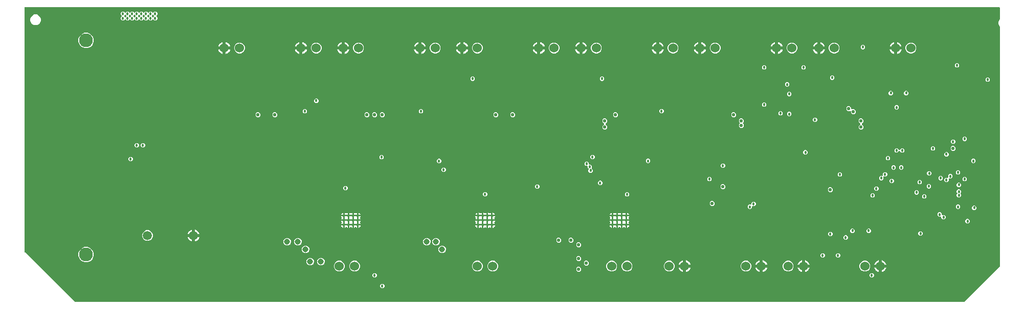
<source format=gbr>
G04 EAGLE Gerber RS-274X export*
G75*
%MOMM*%
%FSLAX34Y34*%
%LPD*%
%INEAGLE Copper Layer 15*%
%IPPOS*%
%AMOC8*
5,1,8,0,0,1.08239X$1,22.5*%
G01*
%ADD10C,1.524000*%
%ADD11C,1.500000*%
%ADD12C,2.286000*%
%ADD13C,0.503200*%
%ADD14C,0.457200*%
%ADD15C,0.553200*%
%ADD16C,0.975000*%

G36*
X1542513Y4458D02*
X1542513Y4458D01*
X1542612Y4461D01*
X1542670Y4478D01*
X1542731Y4486D01*
X1542823Y4522D01*
X1542918Y4550D01*
X1542970Y4580D01*
X1543026Y4603D01*
X1543106Y4661D01*
X1543192Y4711D01*
X1543267Y4777D01*
X1543284Y4789D01*
X1543291Y4799D01*
X1543312Y4817D01*
X1601098Y62603D01*
X1601158Y62681D01*
X1601226Y62753D01*
X1601255Y62806D01*
X1601292Y62854D01*
X1601332Y62945D01*
X1601380Y63031D01*
X1601395Y63090D01*
X1601419Y63146D01*
X1601434Y63244D01*
X1601459Y63339D01*
X1601465Y63439D01*
X1601469Y63460D01*
X1601467Y63472D01*
X1601469Y63500D01*
X1601469Y460725D01*
X1601457Y460823D01*
X1601454Y460922D01*
X1601437Y460980D01*
X1601429Y461040D01*
X1601393Y461132D01*
X1601365Y461228D01*
X1601335Y461280D01*
X1601312Y461336D01*
X1601254Y461416D01*
X1601204Y461501D01*
X1601138Y461577D01*
X1601126Y461593D01*
X1601116Y461601D01*
X1601097Y461622D01*
X1600351Y462369D01*
X1599009Y465607D01*
X1599009Y469113D01*
X1600351Y472351D01*
X1601097Y473098D01*
X1601158Y473176D01*
X1601226Y473248D01*
X1601255Y473301D01*
X1601292Y473349D01*
X1601332Y473440D01*
X1601380Y473527D01*
X1601395Y473585D01*
X1601419Y473641D01*
X1601434Y473739D01*
X1601459Y473835D01*
X1601465Y473935D01*
X1601469Y473955D01*
X1601467Y473967D01*
X1601469Y473995D01*
X1601469Y492125D01*
X1601454Y492243D01*
X1601447Y492362D01*
X1601434Y492400D01*
X1601429Y492441D01*
X1601386Y492551D01*
X1601349Y492664D01*
X1601327Y492699D01*
X1601312Y492736D01*
X1601243Y492832D01*
X1601179Y492933D01*
X1601149Y492961D01*
X1601126Y492994D01*
X1601034Y493070D01*
X1600947Y493151D01*
X1600912Y493171D01*
X1600881Y493196D01*
X1600773Y493247D01*
X1600669Y493305D01*
X1600629Y493315D01*
X1600593Y493332D01*
X1600476Y493354D01*
X1600361Y493384D01*
X1600301Y493388D01*
X1600281Y493392D01*
X1600260Y493390D01*
X1600200Y493394D01*
X-12065Y493394D01*
X-12183Y493379D01*
X-12302Y493372D01*
X-12340Y493359D01*
X-12381Y493354D01*
X-12491Y493311D01*
X-12604Y493274D01*
X-12639Y493252D01*
X-12676Y493237D01*
X-12772Y493168D01*
X-12873Y493104D01*
X-12901Y493074D01*
X-12934Y493051D01*
X-13010Y492959D01*
X-13091Y492872D01*
X-13111Y492837D01*
X-13136Y492806D01*
X-13187Y492698D01*
X-13245Y492594D01*
X-13255Y492554D01*
X-13272Y492518D01*
X-13294Y492401D01*
X-13324Y492286D01*
X-13328Y492226D01*
X-13332Y492206D01*
X-13330Y492185D01*
X-13334Y492125D01*
X-13334Y88265D01*
X-13322Y88167D01*
X-13319Y88068D01*
X-13302Y88010D01*
X-13294Y87949D01*
X-13258Y87857D01*
X-13230Y87762D01*
X-13200Y87710D01*
X-13177Y87654D01*
X-13119Y87574D01*
X-13069Y87488D01*
X-13003Y87413D01*
X-12991Y87396D01*
X-12981Y87389D01*
X-12963Y87368D01*
X69588Y4817D01*
X69666Y4757D01*
X69738Y4689D01*
X69791Y4660D01*
X69839Y4623D01*
X69930Y4583D01*
X70016Y4535D01*
X70075Y4520D01*
X70131Y4496D01*
X70229Y4481D01*
X70324Y4456D01*
X70424Y4450D01*
X70445Y4446D01*
X70457Y4448D01*
X70485Y4446D01*
X1542415Y4446D01*
X1542513Y4458D01*
G37*
%LPC*%
G36*
X148387Y471423D02*
X148387Y471423D01*
X146303Y473507D01*
X146303Y476453D01*
X147743Y477893D01*
X147816Y477987D01*
X147894Y478076D01*
X147913Y478112D01*
X147937Y478144D01*
X147985Y478253D01*
X148039Y478359D01*
X148048Y478398D01*
X148064Y478436D01*
X148083Y478553D01*
X148109Y478669D01*
X148107Y478710D01*
X148114Y478750D01*
X148103Y478868D01*
X148099Y478987D01*
X148088Y479026D01*
X148084Y479066D01*
X148044Y479178D01*
X148010Y479293D01*
X147990Y479328D01*
X147976Y479366D01*
X147909Y479464D01*
X147849Y479567D01*
X147809Y479612D01*
X147798Y479629D01*
X147782Y479642D01*
X147743Y479688D01*
X146303Y481127D01*
X146303Y484073D01*
X148387Y486157D01*
X151333Y486157D01*
X152772Y484717D01*
X152867Y484644D01*
X152956Y484566D01*
X152992Y484547D01*
X153024Y484523D01*
X153133Y484475D01*
X153239Y484421D01*
X153278Y484412D01*
X153316Y484396D01*
X153433Y484377D01*
X153549Y484351D01*
X153590Y484353D01*
X153630Y484346D01*
X153748Y484357D01*
X153867Y484361D01*
X153906Y484372D01*
X153946Y484376D01*
X154059Y484416D01*
X154173Y484450D01*
X154207Y484470D01*
X154246Y484484D01*
X154344Y484551D01*
X154447Y484611D01*
X154492Y484651D01*
X154509Y484662D01*
X154522Y484678D01*
X154567Y484717D01*
X156007Y486157D01*
X158953Y486157D01*
X160392Y484717D01*
X160487Y484644D01*
X160576Y484566D01*
X160612Y484547D01*
X160644Y484523D01*
X160753Y484475D01*
X160859Y484421D01*
X160898Y484412D01*
X160936Y484396D01*
X161053Y484377D01*
X161169Y484351D01*
X161210Y484353D01*
X161250Y484346D01*
X161368Y484357D01*
X161487Y484361D01*
X161526Y484372D01*
X161566Y484376D01*
X161679Y484416D01*
X161793Y484450D01*
X161827Y484470D01*
X161866Y484484D01*
X161964Y484551D01*
X162067Y484611D01*
X162112Y484651D01*
X162129Y484662D01*
X162142Y484678D01*
X162187Y484717D01*
X163627Y486157D01*
X166573Y486157D01*
X168012Y484717D01*
X168107Y484644D01*
X168196Y484566D01*
X168232Y484547D01*
X168264Y484523D01*
X168373Y484475D01*
X168479Y484421D01*
X168518Y484412D01*
X168556Y484396D01*
X168673Y484377D01*
X168789Y484351D01*
X168830Y484353D01*
X168870Y484346D01*
X168988Y484357D01*
X169107Y484361D01*
X169146Y484372D01*
X169186Y484376D01*
X169299Y484416D01*
X169413Y484450D01*
X169447Y484470D01*
X169486Y484484D01*
X169584Y484551D01*
X169687Y484611D01*
X169732Y484651D01*
X169749Y484662D01*
X169762Y484678D01*
X169807Y484717D01*
X171247Y486157D01*
X174193Y486157D01*
X175632Y484717D01*
X175727Y484644D01*
X175816Y484566D01*
X175852Y484547D01*
X175884Y484523D01*
X175993Y484475D01*
X176099Y484421D01*
X176138Y484412D01*
X176176Y484396D01*
X176293Y484377D01*
X176409Y484351D01*
X176450Y484353D01*
X176490Y484346D01*
X176608Y484357D01*
X176727Y484361D01*
X176766Y484372D01*
X176806Y484376D01*
X176919Y484416D01*
X177033Y484450D01*
X177067Y484470D01*
X177106Y484484D01*
X177204Y484551D01*
X177307Y484611D01*
X177352Y484651D01*
X177369Y484662D01*
X177382Y484678D01*
X177427Y484717D01*
X178867Y486157D01*
X181813Y486157D01*
X183252Y484717D01*
X183347Y484644D01*
X183436Y484566D01*
X183472Y484547D01*
X183504Y484523D01*
X183613Y484475D01*
X183719Y484421D01*
X183758Y484412D01*
X183796Y484396D01*
X183913Y484377D01*
X184029Y484351D01*
X184070Y484353D01*
X184110Y484346D01*
X184228Y484357D01*
X184347Y484361D01*
X184386Y484372D01*
X184426Y484376D01*
X184539Y484416D01*
X184653Y484450D01*
X184687Y484470D01*
X184726Y484484D01*
X184824Y484551D01*
X184927Y484611D01*
X184972Y484651D01*
X184989Y484662D01*
X185002Y484678D01*
X185047Y484717D01*
X186487Y486157D01*
X189433Y486157D01*
X190872Y484717D01*
X190967Y484644D01*
X191056Y484566D01*
X191092Y484547D01*
X191124Y484523D01*
X191233Y484475D01*
X191339Y484421D01*
X191378Y484412D01*
X191416Y484396D01*
X191533Y484377D01*
X191649Y484351D01*
X191690Y484353D01*
X191730Y484346D01*
X191848Y484357D01*
X191967Y484361D01*
X192006Y484372D01*
X192046Y484376D01*
X192159Y484416D01*
X192273Y484450D01*
X192307Y484470D01*
X192346Y484484D01*
X192444Y484551D01*
X192547Y484611D01*
X192592Y484651D01*
X192609Y484662D01*
X192622Y484678D01*
X192667Y484717D01*
X194107Y486157D01*
X197053Y486157D01*
X198493Y484717D01*
X198587Y484644D01*
X198676Y484566D01*
X198712Y484547D01*
X198744Y484523D01*
X198853Y484475D01*
X198959Y484421D01*
X198998Y484412D01*
X199036Y484396D01*
X199153Y484377D01*
X199269Y484351D01*
X199310Y484353D01*
X199350Y484346D01*
X199468Y484357D01*
X199587Y484361D01*
X199626Y484372D01*
X199666Y484376D01*
X199778Y484416D01*
X199893Y484450D01*
X199928Y484470D01*
X199966Y484484D01*
X200064Y484551D01*
X200167Y484611D01*
X200212Y484651D01*
X200229Y484662D01*
X200242Y484678D01*
X200288Y484717D01*
X201727Y486157D01*
X204673Y486157D01*
X206757Y484073D01*
X206757Y481127D01*
X205317Y479688D01*
X205244Y479593D01*
X205166Y479504D01*
X205147Y479468D01*
X205123Y479436D01*
X205075Y479327D01*
X205021Y479221D01*
X205012Y479182D01*
X204996Y479144D01*
X204977Y479027D01*
X204951Y478911D01*
X204953Y478870D01*
X204946Y478830D01*
X204957Y478712D01*
X204961Y478593D01*
X204972Y478554D01*
X204976Y478514D01*
X205016Y478401D01*
X205050Y478287D01*
X205070Y478253D01*
X205084Y478214D01*
X205151Y478116D01*
X205211Y478013D01*
X205251Y477968D01*
X205262Y477951D01*
X205278Y477938D01*
X205317Y477893D01*
X206757Y476453D01*
X206757Y473507D01*
X204673Y471423D01*
X201727Y471423D01*
X200287Y472863D01*
X200193Y472936D01*
X200104Y473014D01*
X200068Y473033D01*
X200036Y473057D01*
X199927Y473105D01*
X199821Y473159D01*
X199782Y473168D01*
X199744Y473184D01*
X199627Y473203D01*
X199511Y473229D01*
X199470Y473227D01*
X199430Y473234D01*
X199312Y473223D01*
X199193Y473219D01*
X199154Y473208D01*
X199114Y473204D01*
X199002Y473164D01*
X198887Y473130D01*
X198852Y473110D01*
X198814Y473096D01*
X198716Y473029D01*
X198613Y472969D01*
X198568Y472929D01*
X198551Y472918D01*
X198538Y472902D01*
X198492Y472863D01*
X197053Y471423D01*
X194107Y471423D01*
X192667Y472863D01*
X192573Y472936D01*
X192484Y473014D01*
X192448Y473033D01*
X192416Y473057D01*
X192307Y473105D01*
X192201Y473159D01*
X192162Y473168D01*
X192124Y473184D01*
X192007Y473203D01*
X191891Y473229D01*
X191850Y473227D01*
X191810Y473234D01*
X191692Y473223D01*
X191573Y473219D01*
X191534Y473208D01*
X191494Y473204D01*
X191382Y473164D01*
X191267Y473130D01*
X191232Y473110D01*
X191194Y473096D01*
X191096Y473029D01*
X190993Y472969D01*
X190948Y472929D01*
X190931Y472918D01*
X190918Y472902D01*
X190872Y472863D01*
X189433Y471423D01*
X186487Y471423D01*
X185047Y472863D01*
X184953Y472936D01*
X184864Y473014D01*
X184828Y473033D01*
X184796Y473057D01*
X184687Y473105D01*
X184581Y473159D01*
X184542Y473168D01*
X184504Y473184D01*
X184387Y473203D01*
X184271Y473229D01*
X184230Y473227D01*
X184190Y473234D01*
X184072Y473223D01*
X183953Y473219D01*
X183914Y473208D01*
X183874Y473204D01*
X183762Y473164D01*
X183647Y473130D01*
X183612Y473110D01*
X183574Y473096D01*
X183476Y473029D01*
X183373Y472969D01*
X183328Y472929D01*
X183311Y472918D01*
X183298Y472902D01*
X183252Y472863D01*
X181813Y471423D01*
X178867Y471423D01*
X177427Y472863D01*
X177333Y472936D01*
X177244Y473014D01*
X177208Y473033D01*
X177176Y473057D01*
X177067Y473105D01*
X176961Y473159D01*
X176922Y473168D01*
X176884Y473184D01*
X176767Y473203D01*
X176651Y473229D01*
X176610Y473227D01*
X176570Y473234D01*
X176452Y473223D01*
X176333Y473219D01*
X176294Y473208D01*
X176254Y473204D01*
X176142Y473164D01*
X176027Y473130D01*
X175992Y473110D01*
X175954Y473096D01*
X175856Y473029D01*
X175753Y472969D01*
X175708Y472929D01*
X175691Y472918D01*
X175678Y472902D01*
X175632Y472863D01*
X174193Y471423D01*
X171247Y471423D01*
X169807Y472863D01*
X169713Y472936D01*
X169624Y473014D01*
X169588Y473033D01*
X169556Y473057D01*
X169447Y473105D01*
X169341Y473159D01*
X169302Y473168D01*
X169264Y473184D01*
X169147Y473203D01*
X169031Y473229D01*
X168990Y473227D01*
X168950Y473234D01*
X168832Y473223D01*
X168713Y473219D01*
X168674Y473208D01*
X168634Y473204D01*
X168522Y473164D01*
X168407Y473130D01*
X168372Y473110D01*
X168334Y473096D01*
X168236Y473029D01*
X168133Y472969D01*
X168088Y472929D01*
X168071Y472918D01*
X168058Y472902D01*
X168012Y472863D01*
X166573Y471423D01*
X163627Y471423D01*
X162187Y472863D01*
X162093Y472936D01*
X162004Y473014D01*
X161968Y473033D01*
X161936Y473057D01*
X161827Y473105D01*
X161721Y473159D01*
X161682Y473168D01*
X161644Y473184D01*
X161527Y473203D01*
X161411Y473229D01*
X161370Y473227D01*
X161330Y473234D01*
X161212Y473223D01*
X161093Y473219D01*
X161054Y473208D01*
X161014Y473204D01*
X160902Y473164D01*
X160787Y473130D01*
X160752Y473110D01*
X160714Y473096D01*
X160616Y473029D01*
X160513Y472969D01*
X160468Y472929D01*
X160451Y472918D01*
X160438Y472902D01*
X160392Y472863D01*
X158953Y471423D01*
X156007Y471423D01*
X154567Y472863D01*
X154473Y472936D01*
X154384Y473014D01*
X154348Y473033D01*
X154316Y473057D01*
X154207Y473105D01*
X154101Y473159D01*
X154062Y473168D01*
X154024Y473184D01*
X153907Y473203D01*
X153791Y473229D01*
X153750Y473227D01*
X153710Y473234D01*
X153592Y473223D01*
X153473Y473219D01*
X153434Y473208D01*
X153394Y473204D01*
X153282Y473164D01*
X153167Y473130D01*
X153132Y473110D01*
X153094Y473096D01*
X152996Y473029D01*
X152893Y472969D01*
X152848Y472929D01*
X152831Y472918D01*
X152818Y472902D01*
X152772Y472863D01*
X151333Y471423D01*
X148387Y471423D01*
G37*
%LPD*%
%LPC*%
G36*
X86374Y425449D02*
X86374Y425449D01*
X81706Y427383D01*
X78133Y430956D01*
X76199Y435624D01*
X76199Y440676D01*
X78133Y445344D01*
X81706Y448917D01*
X86374Y450851D01*
X91426Y450851D01*
X96094Y448917D01*
X99667Y445344D01*
X101601Y440676D01*
X101601Y435624D01*
X99667Y430956D01*
X96094Y427383D01*
X91426Y425449D01*
X86374Y425449D01*
G37*
%LPD*%
%LPC*%
G36*
X86374Y69849D02*
X86374Y69849D01*
X81706Y71783D01*
X78133Y75356D01*
X76199Y80024D01*
X76199Y85076D01*
X78133Y89744D01*
X81706Y93317D01*
X86374Y95251D01*
X91426Y95251D01*
X96094Y93317D01*
X99667Y89744D01*
X101601Y85076D01*
X101601Y80024D01*
X99667Y75356D01*
X96094Y71783D01*
X91426Y69849D01*
X86374Y69849D01*
G37*
%LPD*%
%LPC*%
G36*
X931681Y416559D02*
X931681Y416559D01*
X928414Y417913D01*
X925913Y420414D01*
X924559Y423681D01*
X924559Y427219D01*
X925913Y430486D01*
X928414Y432987D01*
X931681Y434341D01*
X935219Y434341D01*
X938486Y432987D01*
X940987Y430486D01*
X942341Y427219D01*
X942341Y423681D01*
X940987Y420414D01*
X938486Y417913D01*
X935219Y416559D01*
X931681Y416559D01*
G37*
%LPD*%
%LPC*%
G36*
X1058681Y416559D02*
X1058681Y416559D01*
X1055414Y417913D01*
X1052913Y420414D01*
X1051559Y423681D01*
X1051559Y427219D01*
X1052913Y430486D01*
X1055414Y432987D01*
X1058681Y434341D01*
X1062219Y434341D01*
X1065486Y432987D01*
X1067987Y430486D01*
X1069341Y427219D01*
X1069341Y423681D01*
X1067987Y420414D01*
X1065486Y417913D01*
X1062219Y416559D01*
X1058681Y416559D01*
G37*
%LPD*%
%LPC*%
G36*
X506231Y54609D02*
X506231Y54609D01*
X502964Y55963D01*
X500463Y58464D01*
X499109Y61731D01*
X499109Y65269D01*
X500463Y68536D01*
X502964Y71037D01*
X506231Y72391D01*
X509769Y72391D01*
X513036Y71037D01*
X515537Y68536D01*
X516891Y65269D01*
X516891Y61731D01*
X515537Y58464D01*
X513036Y55963D01*
X509769Y54609D01*
X506231Y54609D01*
G37*
%LPD*%
%LPC*%
G36*
X1128531Y416559D02*
X1128531Y416559D01*
X1125264Y417913D01*
X1122763Y420414D01*
X1121409Y423681D01*
X1121409Y427219D01*
X1122763Y430486D01*
X1125264Y432987D01*
X1128531Y434341D01*
X1132069Y434341D01*
X1135336Y432987D01*
X1137837Y430486D01*
X1139191Y427219D01*
X1139191Y423681D01*
X1137837Y420414D01*
X1135336Y417913D01*
X1132069Y416559D01*
X1128531Y416559D01*
G37*
%LPD*%
%LPC*%
G36*
X1255531Y416559D02*
X1255531Y416559D01*
X1252264Y417913D01*
X1249763Y420414D01*
X1248409Y423681D01*
X1248409Y427219D01*
X1249763Y430486D01*
X1252264Y432987D01*
X1255531Y434341D01*
X1259069Y434341D01*
X1262336Y432987D01*
X1264837Y430486D01*
X1266191Y427219D01*
X1266191Y423681D01*
X1264837Y420414D01*
X1262336Y417913D01*
X1259069Y416559D01*
X1255531Y416559D01*
G37*
%LPD*%
%LPC*%
G36*
X1179331Y54609D02*
X1179331Y54609D01*
X1176064Y55963D01*
X1173563Y58464D01*
X1172209Y61731D01*
X1172209Y65269D01*
X1173563Y68536D01*
X1176064Y71037D01*
X1179331Y72391D01*
X1182869Y72391D01*
X1186136Y71037D01*
X1188637Y68536D01*
X1189991Y65269D01*
X1189991Y61731D01*
X1188637Y58464D01*
X1186136Y55963D01*
X1182869Y54609D01*
X1179331Y54609D01*
G37*
%LPD*%
%LPC*%
G36*
X1325381Y416559D02*
X1325381Y416559D01*
X1322114Y417913D01*
X1319613Y420414D01*
X1318259Y423681D01*
X1318259Y427219D01*
X1319613Y430486D01*
X1322114Y432987D01*
X1325381Y434341D01*
X1328919Y434341D01*
X1332186Y432987D01*
X1334687Y430486D01*
X1336041Y427219D01*
X1336041Y423681D01*
X1334687Y420414D01*
X1332186Y417913D01*
X1328919Y416559D01*
X1325381Y416559D01*
G37*
%LPD*%
%LPC*%
G36*
X1376181Y54609D02*
X1376181Y54609D01*
X1372914Y55963D01*
X1370413Y58464D01*
X1369059Y61731D01*
X1369059Y65269D01*
X1370413Y68536D01*
X1372914Y71037D01*
X1376181Y72391D01*
X1379719Y72391D01*
X1382986Y71037D01*
X1385487Y68536D01*
X1386841Y65269D01*
X1386841Y61731D01*
X1385487Y58464D01*
X1382986Y55963D01*
X1379719Y54609D01*
X1376181Y54609D01*
G37*
%LPD*%
%LPC*%
G36*
X1249181Y54609D02*
X1249181Y54609D01*
X1245914Y55963D01*
X1243413Y58464D01*
X1242059Y61731D01*
X1242059Y65269D01*
X1243413Y68536D01*
X1245914Y71037D01*
X1249181Y72391D01*
X1252719Y72391D01*
X1255986Y71037D01*
X1258487Y68536D01*
X1259841Y65269D01*
X1259841Y61731D01*
X1258487Y58464D01*
X1255986Y55963D01*
X1252719Y54609D01*
X1249181Y54609D01*
G37*
%LPD*%
%LPC*%
G36*
X1452381Y416559D02*
X1452381Y416559D01*
X1449114Y417913D01*
X1446613Y420414D01*
X1445259Y423681D01*
X1445259Y427219D01*
X1446613Y430486D01*
X1449114Y432987D01*
X1452381Y434341D01*
X1455919Y434341D01*
X1459186Y432987D01*
X1461687Y430486D01*
X1463041Y427219D01*
X1463041Y423681D01*
X1461687Y420414D01*
X1459186Y417913D01*
X1455919Y416559D01*
X1452381Y416559D01*
G37*
%LPD*%
%LPC*%
G36*
X1052331Y54609D02*
X1052331Y54609D01*
X1049064Y55963D01*
X1046563Y58464D01*
X1045209Y61731D01*
X1045209Y65269D01*
X1046563Y68536D01*
X1049064Y71037D01*
X1052331Y72391D01*
X1055869Y72391D01*
X1059136Y71037D01*
X1061637Y68536D01*
X1062991Y65269D01*
X1062991Y61731D01*
X1061637Y58464D01*
X1059136Y55963D01*
X1055869Y54609D01*
X1052331Y54609D01*
G37*
%LPD*%
%LPC*%
G36*
X982481Y54609D02*
X982481Y54609D01*
X979214Y55963D01*
X976713Y58464D01*
X975359Y61731D01*
X975359Y65269D01*
X976713Y68536D01*
X979214Y71037D01*
X982481Y72391D01*
X986019Y72391D01*
X989286Y71037D01*
X991787Y68536D01*
X993141Y65269D01*
X993141Y61731D01*
X991787Y58464D01*
X989286Y55963D01*
X986019Y54609D01*
X982481Y54609D01*
G37*
%LPD*%
%LPC*%
G36*
X957081Y54609D02*
X957081Y54609D01*
X953814Y55963D01*
X951313Y58464D01*
X949959Y61731D01*
X949959Y65269D01*
X951313Y68536D01*
X953814Y71037D01*
X957081Y72391D01*
X960619Y72391D01*
X963886Y71037D01*
X966387Y68536D01*
X967741Y65269D01*
X967741Y61731D01*
X966387Y58464D01*
X963886Y55963D01*
X960619Y54609D01*
X957081Y54609D01*
G37*
%LPD*%
%LPC*%
G36*
X760231Y54609D02*
X760231Y54609D01*
X756964Y55963D01*
X754463Y58464D01*
X753109Y61731D01*
X753109Y65269D01*
X754463Y68536D01*
X756964Y71037D01*
X760231Y72391D01*
X763769Y72391D01*
X767036Y71037D01*
X769537Y68536D01*
X770891Y65269D01*
X770891Y61731D01*
X769537Y58464D01*
X767036Y55963D01*
X763769Y54609D01*
X760231Y54609D01*
G37*
%LPD*%
%LPC*%
G36*
X734831Y54609D02*
X734831Y54609D01*
X731564Y55963D01*
X729063Y58464D01*
X727709Y61731D01*
X727709Y65269D01*
X729063Y68536D01*
X731564Y71037D01*
X734831Y72391D01*
X738369Y72391D01*
X741636Y71037D01*
X744137Y68536D01*
X745491Y65269D01*
X745491Y61731D01*
X744137Y58464D01*
X741636Y55963D01*
X738369Y54609D01*
X734831Y54609D01*
G37*
%LPD*%
%LPC*%
G36*
X341131Y416559D02*
X341131Y416559D01*
X337864Y417913D01*
X335363Y420414D01*
X334009Y423681D01*
X334009Y427219D01*
X335363Y430486D01*
X337864Y432987D01*
X341131Y434341D01*
X344669Y434341D01*
X347936Y432987D01*
X350437Y430486D01*
X351791Y427219D01*
X351791Y423681D01*
X350437Y420414D01*
X347936Y417913D01*
X344669Y416559D01*
X341131Y416559D01*
G37*
%LPD*%
%LPC*%
G36*
X468131Y416559D02*
X468131Y416559D01*
X464864Y417913D01*
X462363Y420414D01*
X461009Y423681D01*
X461009Y427219D01*
X462363Y430486D01*
X464864Y432987D01*
X468131Y434341D01*
X471669Y434341D01*
X474936Y432987D01*
X477437Y430486D01*
X478791Y427219D01*
X478791Y423681D01*
X477437Y420414D01*
X474936Y417913D01*
X471669Y416559D01*
X468131Y416559D01*
G37*
%LPD*%
%LPC*%
G36*
X537981Y416559D02*
X537981Y416559D01*
X534714Y417913D01*
X532213Y420414D01*
X530859Y423681D01*
X530859Y427219D01*
X532213Y430486D01*
X534714Y432987D01*
X537981Y434341D01*
X541519Y434341D01*
X544786Y432987D01*
X547287Y430486D01*
X548641Y427219D01*
X548641Y423681D01*
X547287Y420414D01*
X544786Y417913D01*
X541519Y416559D01*
X537981Y416559D01*
G37*
%LPD*%
%LPC*%
G36*
X664981Y416559D02*
X664981Y416559D01*
X661714Y417913D01*
X659213Y420414D01*
X657859Y423681D01*
X657859Y427219D01*
X659213Y430486D01*
X661714Y432987D01*
X664981Y434341D01*
X668519Y434341D01*
X671786Y432987D01*
X674287Y430486D01*
X675641Y427219D01*
X675641Y423681D01*
X674287Y420414D01*
X671786Y417913D01*
X668519Y416559D01*
X664981Y416559D01*
G37*
%LPD*%
%LPC*%
G36*
X861831Y416559D02*
X861831Y416559D01*
X858564Y417913D01*
X856063Y420414D01*
X854709Y423681D01*
X854709Y427219D01*
X856063Y430486D01*
X858564Y432987D01*
X861831Y434341D01*
X865369Y434341D01*
X868636Y432987D01*
X871137Y430486D01*
X872491Y427219D01*
X872491Y423681D01*
X871137Y420414D01*
X868636Y417913D01*
X865369Y416559D01*
X861831Y416559D01*
G37*
%LPD*%
%LPC*%
G36*
X734831Y416559D02*
X734831Y416559D01*
X731564Y417913D01*
X729063Y420414D01*
X727709Y423681D01*
X727709Y427219D01*
X729063Y430486D01*
X731564Y432987D01*
X734831Y434341D01*
X738369Y434341D01*
X741636Y432987D01*
X744137Y430486D01*
X745491Y427219D01*
X745491Y423681D01*
X744137Y420414D01*
X741636Y417913D01*
X738369Y416559D01*
X734831Y416559D01*
G37*
%LPD*%
%LPC*%
G36*
X531631Y54609D02*
X531631Y54609D01*
X528364Y55963D01*
X525863Y58464D01*
X524509Y61731D01*
X524509Y65269D01*
X525863Y68536D01*
X528364Y71037D01*
X531631Y72391D01*
X535169Y72391D01*
X538436Y71037D01*
X540937Y68536D01*
X542291Y65269D01*
X542291Y61731D01*
X540937Y58464D01*
X538436Y55963D01*
X535169Y54609D01*
X531631Y54609D01*
G37*
%LPD*%
%LPC*%
G36*
X3327Y463629D02*
X3327Y463629D01*
X89Y464971D01*
X-2389Y467449D01*
X-3731Y470687D01*
X-3731Y474193D01*
X-2389Y477431D01*
X89Y479909D01*
X3327Y481251D01*
X6833Y481251D01*
X10071Y479909D01*
X12549Y477431D01*
X13891Y474193D01*
X13891Y470687D01*
X12549Y467449D01*
X10071Y464971D01*
X6833Y463629D01*
X3327Y463629D01*
G37*
%LPD*%
%LPC*%
G36*
X188755Y105529D02*
X188755Y105529D01*
X185532Y106865D01*
X183065Y109332D01*
X181729Y112555D01*
X181729Y116045D01*
X183065Y119268D01*
X185532Y121735D01*
X188755Y123071D01*
X192245Y123071D01*
X195468Y121735D01*
X197935Y119268D01*
X199271Y116045D01*
X199271Y112555D01*
X197935Y109332D01*
X195468Y106865D01*
X192245Y105529D01*
X188755Y105529D01*
G37*
%LPD*%
%LPC*%
G36*
X922452Y218693D02*
X922452Y218693D01*
X920368Y220777D01*
X920368Y223723D01*
X920379Y223734D01*
X920452Y223828D01*
X920531Y223917D01*
X920549Y223953D01*
X920574Y223985D01*
X920621Y224094D01*
X920675Y224200D01*
X920684Y224240D01*
X920700Y224277D01*
X920719Y224394D01*
X920745Y224511D01*
X920744Y224551D01*
X920750Y224591D01*
X920739Y224709D01*
X920735Y224828D01*
X920724Y224867D01*
X920720Y224908D01*
X920680Y225020D01*
X920647Y225134D01*
X920626Y225169D01*
X920613Y225207D01*
X920546Y225305D01*
X920485Y225408D01*
X920445Y225453D01*
X920434Y225470D01*
X920419Y225483D01*
X920379Y225529D01*
X918781Y227127D01*
X918781Y228537D01*
X918766Y228655D01*
X918758Y228773D01*
X918746Y228812D01*
X918741Y228852D01*
X918697Y228963D01*
X918660Y229076D01*
X918639Y229110D01*
X918624Y229148D01*
X918554Y229244D01*
X918490Y229345D01*
X918461Y229372D01*
X918437Y229405D01*
X918345Y229481D01*
X918259Y229563D01*
X918223Y229582D01*
X918192Y229608D01*
X918084Y229659D01*
X917980Y229716D01*
X917941Y229726D01*
X917904Y229743D01*
X917788Y229766D01*
X917672Y229796D01*
X917612Y229799D01*
X917592Y229803D01*
X917572Y229802D01*
X917512Y229806D01*
X916102Y229806D01*
X914018Y231889D01*
X914018Y234836D01*
X916102Y236919D01*
X919048Y236919D01*
X921132Y234836D01*
X921132Y233426D01*
X921147Y233308D01*
X921154Y233189D01*
X921167Y233151D01*
X921172Y233110D01*
X921215Y233000D01*
X921252Y232887D01*
X921274Y232852D01*
X921289Y232815D01*
X921358Y232719D01*
X921422Y232618D01*
X921452Y232590D01*
X921475Y232557D01*
X921567Y232481D01*
X921654Y232400D01*
X921689Y232380D01*
X921720Y232355D01*
X921828Y232304D01*
X921932Y232246D01*
X921972Y232236D01*
X922008Y232219D01*
X922125Y232197D01*
X922240Y232167D01*
X922300Y232163D01*
X922320Y232159D01*
X922341Y232161D01*
X922401Y232157D01*
X923811Y232157D01*
X925894Y230073D01*
X925894Y227127D01*
X925884Y227116D01*
X925811Y227022D01*
X925732Y226933D01*
X925714Y226897D01*
X925689Y226865D01*
X925641Y226755D01*
X925587Y226650D01*
X925579Y226610D01*
X925562Y226573D01*
X925544Y226455D01*
X925518Y226339D01*
X925519Y226299D01*
X925513Y226259D01*
X925524Y226140D01*
X925527Y226021D01*
X925539Y225983D01*
X925542Y225942D01*
X925583Y225830D01*
X925616Y225716D01*
X925636Y225681D01*
X925650Y225643D01*
X925717Y225544D01*
X925777Y225442D01*
X925817Y225397D01*
X925829Y225380D01*
X925844Y225366D01*
X925884Y225321D01*
X927482Y223723D01*
X927482Y220777D01*
X925398Y218693D01*
X922452Y218693D01*
G37*
%LPD*%
%LPC*%
G36*
X651557Y97994D02*
X651557Y97994D01*
X649299Y98930D01*
X647570Y100659D01*
X646634Y102917D01*
X646634Y105363D01*
X647570Y107621D01*
X649299Y109350D01*
X651557Y110286D01*
X654003Y110286D01*
X656261Y109350D01*
X657990Y107621D01*
X658926Y105363D01*
X658926Y102917D01*
X657990Y100659D01*
X656261Y98930D01*
X654003Y97994D01*
X651557Y97994D01*
G37*
%LPD*%
%LPC*%
G36*
X666797Y97994D02*
X666797Y97994D01*
X664539Y98930D01*
X662810Y100659D01*
X661874Y102917D01*
X661874Y105363D01*
X662810Y107621D01*
X664539Y109350D01*
X666797Y110286D01*
X669243Y110286D01*
X671501Y109350D01*
X673230Y107621D01*
X674166Y105363D01*
X674166Y102917D01*
X673230Y100659D01*
X671501Y98930D01*
X669243Y97994D01*
X666797Y97994D01*
G37*
%LPD*%
%LPC*%
G36*
X438197Y97994D02*
X438197Y97994D01*
X435939Y98930D01*
X434210Y100659D01*
X433274Y102917D01*
X433274Y105363D01*
X434210Y107621D01*
X435939Y109350D01*
X438197Y110286D01*
X440643Y110286D01*
X442901Y109350D01*
X444630Y107621D01*
X445566Y105363D01*
X445566Y102917D01*
X444630Y100659D01*
X442901Y98930D01*
X440643Y97994D01*
X438197Y97994D01*
G37*
%LPD*%
%LPC*%
G36*
X476297Y64974D02*
X476297Y64974D01*
X474039Y65910D01*
X472310Y67639D01*
X471374Y69897D01*
X471374Y72343D01*
X472310Y74601D01*
X474039Y76330D01*
X476297Y77266D01*
X478743Y77266D01*
X481001Y76330D01*
X482730Y74601D01*
X483666Y72343D01*
X483666Y69897D01*
X482730Y67639D01*
X481001Y65910D01*
X478743Y64974D01*
X476297Y64974D01*
G37*
%LPD*%
%LPC*%
G36*
X420417Y97994D02*
X420417Y97994D01*
X418159Y98930D01*
X416430Y100659D01*
X415494Y102917D01*
X415494Y105363D01*
X416430Y107621D01*
X418159Y109350D01*
X420417Y110286D01*
X422863Y110286D01*
X425121Y109350D01*
X426850Y107621D01*
X427786Y105363D01*
X427786Y102917D01*
X426850Y100659D01*
X425121Y98930D01*
X422863Y97994D01*
X420417Y97994D01*
G37*
%LPD*%
%LPC*%
G36*
X450897Y85294D02*
X450897Y85294D01*
X448639Y86230D01*
X446910Y87959D01*
X445974Y90217D01*
X445974Y92663D01*
X446910Y94921D01*
X448639Y96650D01*
X450897Y97586D01*
X453343Y97586D01*
X455601Y96650D01*
X457330Y94921D01*
X458266Y92663D01*
X458266Y90217D01*
X457330Y87959D01*
X455601Y86230D01*
X453343Y85294D01*
X450897Y85294D01*
G37*
%LPD*%
%LPC*%
G36*
X458517Y64974D02*
X458517Y64974D01*
X456259Y65910D01*
X454530Y67639D01*
X453594Y69897D01*
X453594Y72343D01*
X454530Y74601D01*
X456259Y76330D01*
X458517Y77266D01*
X460963Y77266D01*
X463221Y76330D01*
X464950Y74601D01*
X465886Y72343D01*
X465886Y69897D01*
X464950Y67639D01*
X463221Y65910D01*
X460963Y64974D01*
X458517Y64974D01*
G37*
%LPD*%
%LPC*%
G36*
X676957Y85294D02*
X676957Y85294D01*
X674699Y86230D01*
X672970Y87959D01*
X672034Y90217D01*
X672034Y92663D01*
X672970Y94921D01*
X674699Y96650D01*
X676957Y97586D01*
X679403Y97586D01*
X681661Y96650D01*
X683390Y94921D01*
X684326Y92663D01*
X684326Y90217D01*
X683390Y87959D01*
X681661Y86230D01*
X679403Y85294D01*
X676957Y85294D01*
G37*
%LPD*%
%LPC*%
G36*
X945748Y290603D02*
X945748Y290603D01*
X943383Y292968D01*
X943383Y296312D01*
X945894Y298822D01*
X945967Y298917D01*
X946045Y299006D01*
X946064Y299042D01*
X946089Y299074D01*
X946136Y299183D01*
X946190Y299289D01*
X946199Y299328D01*
X946215Y299366D01*
X946234Y299483D01*
X946260Y299599D01*
X946258Y299640D01*
X946265Y299680D01*
X946254Y299798D01*
X946250Y299917D01*
X946239Y299956D01*
X946235Y299996D01*
X946195Y300109D01*
X946162Y300223D01*
X946141Y300257D01*
X946127Y300296D01*
X946061Y300394D01*
X946000Y300497D01*
X945960Y300542D01*
X945949Y300559D01*
X945934Y300572D01*
X945894Y300617D01*
X943383Y303128D01*
X943383Y306472D01*
X945748Y308837D01*
X949092Y308837D01*
X951457Y306472D01*
X951457Y303128D01*
X948946Y300617D01*
X948873Y300523D01*
X948795Y300434D01*
X948776Y300398D01*
X948751Y300366D01*
X948704Y300257D01*
X948650Y300151D01*
X948641Y300112D01*
X948625Y300074D01*
X948606Y299957D01*
X948580Y299841D01*
X948582Y299800D01*
X948575Y299760D01*
X948586Y299642D01*
X948590Y299523D01*
X948601Y299484D01*
X948605Y299444D01*
X948645Y299332D01*
X948678Y299217D01*
X948699Y299182D01*
X948713Y299144D01*
X948780Y299046D01*
X948840Y298943D01*
X948880Y298898D01*
X948891Y298881D01*
X948906Y298868D01*
X948946Y298822D01*
X951457Y296312D01*
X951457Y292968D01*
X949092Y290603D01*
X945748Y290603D01*
G37*
%LPD*%
%LPC*%
G36*
X1369928Y290603D02*
X1369928Y290603D01*
X1367563Y292968D01*
X1367563Y296312D01*
X1370074Y298823D01*
X1370147Y298917D01*
X1370225Y299006D01*
X1370244Y299042D01*
X1370269Y299074D01*
X1370316Y299183D01*
X1370370Y299289D01*
X1370379Y299328D01*
X1370395Y299366D01*
X1370414Y299483D01*
X1370440Y299599D01*
X1370438Y299640D01*
X1370445Y299680D01*
X1370434Y299798D01*
X1370430Y299917D01*
X1370419Y299956D01*
X1370415Y299996D01*
X1370375Y300108D01*
X1370342Y300223D01*
X1370321Y300258D01*
X1370307Y300296D01*
X1370240Y300394D01*
X1370180Y300497D01*
X1370140Y300542D01*
X1370129Y300559D01*
X1370114Y300572D01*
X1370074Y300618D01*
X1367563Y303128D01*
X1367563Y306472D01*
X1369928Y308837D01*
X1373272Y308837D01*
X1375637Y306472D01*
X1375637Y303128D01*
X1373126Y300618D01*
X1373053Y300523D01*
X1372975Y300434D01*
X1372956Y300398D01*
X1372931Y300366D01*
X1372884Y300257D01*
X1372830Y300151D01*
X1372821Y300112D01*
X1372805Y300074D01*
X1372786Y299957D01*
X1372760Y299841D01*
X1372762Y299800D01*
X1372755Y299760D01*
X1372766Y299642D01*
X1372770Y299523D01*
X1372781Y299484D01*
X1372785Y299444D01*
X1372825Y299331D01*
X1372858Y299217D01*
X1372879Y299183D01*
X1372893Y299144D01*
X1372959Y299046D01*
X1373020Y298943D01*
X1373060Y298898D01*
X1373071Y298881D01*
X1373086Y298868D01*
X1373126Y298823D01*
X1375637Y296312D01*
X1375637Y292968D01*
X1373272Y290603D01*
X1369928Y290603D01*
G37*
%LPD*%
%LPC*%
G36*
X1357228Y316003D02*
X1357228Y316003D01*
X1354863Y318368D01*
X1354863Y319930D01*
X1354846Y320068D01*
X1354833Y320207D01*
X1354826Y320226D01*
X1354823Y320246D01*
X1354772Y320375D01*
X1354725Y320506D01*
X1354714Y320523D01*
X1354706Y320541D01*
X1354625Y320654D01*
X1354547Y320769D01*
X1354531Y320782D01*
X1354520Y320799D01*
X1354412Y320887D01*
X1354308Y320980D01*
X1354290Y320989D01*
X1354275Y321002D01*
X1354149Y321061D01*
X1354025Y321124D01*
X1354005Y321129D01*
X1353987Y321137D01*
X1353851Y321163D01*
X1353714Y321194D01*
X1353694Y321193D01*
X1353675Y321197D01*
X1353536Y321188D01*
X1353397Y321184D01*
X1353377Y321178D01*
X1353357Y321177D01*
X1353225Y321134D01*
X1353091Y321096D01*
X1353074Y321085D01*
X1353067Y321083D01*
X1349608Y321083D01*
X1347243Y323448D01*
X1347243Y326792D01*
X1349608Y329157D01*
X1352952Y329157D01*
X1355317Y326792D01*
X1355317Y325230D01*
X1355334Y325092D01*
X1355347Y324953D01*
X1355354Y324934D01*
X1355357Y324914D01*
X1355408Y324785D01*
X1355455Y324654D01*
X1355466Y324637D01*
X1355474Y324619D01*
X1355555Y324506D01*
X1355633Y324391D01*
X1355649Y324378D01*
X1355660Y324361D01*
X1355768Y324273D01*
X1355872Y324180D01*
X1355890Y324171D01*
X1355905Y324158D01*
X1356031Y324099D01*
X1356155Y324036D01*
X1356175Y324031D01*
X1356193Y324023D01*
X1356329Y323997D01*
X1356466Y323966D01*
X1356486Y323967D01*
X1356505Y323963D01*
X1356644Y323972D01*
X1356783Y323976D01*
X1356803Y323982D01*
X1356823Y323983D01*
X1356955Y324026D01*
X1357089Y324064D01*
X1357106Y324075D01*
X1357113Y324077D01*
X1360572Y324077D01*
X1362937Y321712D01*
X1362937Y318368D01*
X1360572Y316003D01*
X1357228Y316003D01*
G37*
%LPD*%
%LPC*%
G36*
X1171808Y293143D02*
X1171808Y293143D01*
X1169443Y295508D01*
X1169443Y298852D01*
X1170684Y300093D01*
X1170757Y300187D01*
X1170835Y300276D01*
X1170854Y300312D01*
X1170879Y300344D01*
X1170926Y300453D01*
X1170980Y300559D01*
X1170989Y300598D01*
X1171005Y300636D01*
X1171024Y300753D01*
X1171050Y300869D01*
X1171048Y300910D01*
X1171055Y300950D01*
X1171044Y301068D01*
X1171040Y301187D01*
X1171029Y301226D01*
X1171025Y301266D01*
X1170985Y301378D01*
X1170952Y301493D01*
X1170931Y301528D01*
X1170917Y301566D01*
X1170850Y301664D01*
X1170790Y301767D01*
X1170750Y301812D01*
X1170739Y301829D01*
X1170724Y301842D01*
X1170684Y301888D01*
X1169443Y303128D01*
X1169443Y306472D01*
X1171808Y308837D01*
X1175152Y308837D01*
X1177517Y306472D01*
X1177517Y303128D01*
X1176276Y301888D01*
X1176203Y301793D01*
X1176125Y301704D01*
X1176106Y301668D01*
X1176081Y301636D01*
X1176034Y301527D01*
X1175980Y301421D01*
X1175971Y301382D01*
X1175955Y301344D01*
X1175936Y301227D01*
X1175910Y301111D01*
X1175912Y301070D01*
X1175905Y301030D01*
X1175916Y300912D01*
X1175920Y300793D01*
X1175931Y300754D01*
X1175935Y300714D01*
X1175975Y300601D01*
X1176008Y300487D01*
X1176029Y300453D01*
X1176043Y300414D01*
X1176109Y300316D01*
X1176170Y300213D01*
X1176210Y300168D01*
X1176221Y300151D01*
X1176236Y300138D01*
X1176276Y300093D01*
X1177517Y298852D01*
X1177517Y295508D01*
X1175152Y293143D01*
X1171808Y293143D01*
G37*
%LPD*%
%LPC*%
G36*
X1428864Y252031D02*
X1428864Y252031D01*
X1426781Y254114D01*
X1426781Y257061D01*
X1428864Y259144D01*
X1431811Y259144D01*
X1434202Y256752D01*
X1434297Y256679D01*
X1434386Y256601D01*
X1434422Y256582D01*
X1434454Y256558D01*
X1434563Y256510D01*
X1434669Y256456D01*
X1434708Y256447D01*
X1434746Y256431D01*
X1434863Y256412D01*
X1434979Y256386D01*
X1435020Y256388D01*
X1435060Y256381D01*
X1435178Y256392D01*
X1435297Y256396D01*
X1435336Y256407D01*
X1435376Y256411D01*
X1435489Y256451D01*
X1435603Y256485D01*
X1435637Y256505D01*
X1435676Y256519D01*
X1435774Y256586D01*
X1435877Y256646D01*
X1435922Y256686D01*
X1435939Y256697D01*
X1435952Y256713D01*
X1435997Y256752D01*
X1438389Y259144D01*
X1441336Y259144D01*
X1443419Y257061D01*
X1443419Y254114D01*
X1441336Y252031D01*
X1438389Y252031D01*
X1435997Y254423D01*
X1435903Y254496D01*
X1435814Y254574D01*
X1435778Y254593D01*
X1435746Y254617D01*
X1435637Y254665D01*
X1435531Y254719D01*
X1435492Y254728D01*
X1435454Y254744D01*
X1435337Y254763D01*
X1435221Y254789D01*
X1435180Y254787D01*
X1435140Y254794D01*
X1435022Y254783D01*
X1434903Y254779D01*
X1434864Y254768D01*
X1434824Y254764D01*
X1434712Y254724D01*
X1434597Y254690D01*
X1434562Y254670D01*
X1434524Y254656D01*
X1434426Y254589D01*
X1434323Y254529D01*
X1434278Y254489D01*
X1434261Y254478D01*
X1434248Y254462D01*
X1434202Y254423D01*
X1431811Y252031D01*
X1428864Y252031D01*
G37*
%LPD*%
%LPC*%
G36*
X1511414Y202818D02*
X1511414Y202818D01*
X1509331Y204902D01*
X1509331Y207424D01*
X1509313Y207562D01*
X1509300Y207700D01*
X1509293Y207720D01*
X1509291Y207740D01*
X1509271Y207789D01*
X1511414Y209932D01*
X1514412Y209932D01*
X1514530Y209947D01*
X1514648Y209954D01*
X1514687Y209967D01*
X1514727Y209972D01*
X1514838Y210015D01*
X1514951Y210052D01*
X1514985Y210074D01*
X1515023Y210089D01*
X1515119Y210158D01*
X1515220Y210222D01*
X1515247Y210252D01*
X1515280Y210275D01*
X1515356Y210367D01*
X1515438Y210454D01*
X1515457Y210489D01*
X1515483Y210520D01*
X1515534Y210628D01*
X1515591Y210732D01*
X1515601Y210772D01*
X1515618Y210808D01*
X1515641Y210925D01*
X1515671Y211040D01*
X1515674Y211100D01*
X1515678Y211120D01*
X1515677Y211141D01*
X1515681Y211201D01*
X1515681Y214198D01*
X1517764Y216282D01*
X1520711Y216282D01*
X1522794Y214198D01*
X1522794Y211252D01*
X1520711Y209168D01*
X1517713Y209168D01*
X1517595Y209153D01*
X1517477Y209146D01*
X1517438Y209133D01*
X1517398Y209128D01*
X1517287Y209085D01*
X1517174Y209048D01*
X1517140Y209026D01*
X1517102Y209011D01*
X1517006Y208942D01*
X1516905Y208878D01*
X1516878Y208848D01*
X1516845Y208825D01*
X1516769Y208733D01*
X1516687Y208646D01*
X1516668Y208611D01*
X1516642Y208580D01*
X1516591Y208472D01*
X1516534Y208368D01*
X1516524Y208328D01*
X1516507Y208292D01*
X1516484Y208175D01*
X1516454Y208060D01*
X1516451Y208000D01*
X1516447Y207980D01*
X1516448Y207959D01*
X1516444Y207899D01*
X1516444Y204902D01*
X1514361Y202818D01*
X1511414Y202818D01*
G37*
%LPD*%
%LPC*%
G36*
X1403464Y205993D02*
X1403464Y205993D01*
X1401381Y208077D01*
X1401381Y211023D01*
X1403464Y213107D01*
X1406462Y213107D01*
X1406580Y213122D01*
X1406698Y213129D01*
X1406737Y213142D01*
X1406777Y213147D01*
X1406888Y213190D01*
X1407001Y213227D01*
X1407035Y213249D01*
X1407073Y213264D01*
X1407169Y213333D01*
X1407270Y213397D01*
X1407297Y213427D01*
X1407330Y213450D01*
X1407406Y213542D01*
X1407488Y213629D01*
X1407507Y213664D01*
X1407533Y213695D01*
X1407584Y213803D01*
X1407641Y213907D01*
X1407651Y213947D01*
X1407668Y213983D01*
X1407691Y214100D01*
X1407721Y214215D01*
X1407724Y214275D01*
X1407728Y214295D01*
X1407727Y214316D01*
X1407731Y214376D01*
X1407731Y217373D01*
X1409814Y219457D01*
X1412761Y219457D01*
X1414844Y217373D01*
X1414844Y214427D01*
X1412761Y212343D01*
X1409763Y212343D01*
X1409645Y212328D01*
X1409527Y212321D01*
X1409488Y212308D01*
X1409448Y212303D01*
X1409337Y212260D01*
X1409224Y212223D01*
X1409190Y212201D01*
X1409152Y212186D01*
X1409056Y212117D01*
X1408955Y212053D01*
X1408928Y212023D01*
X1408895Y212000D01*
X1408819Y211908D01*
X1408737Y211821D01*
X1408718Y211786D01*
X1408692Y211755D01*
X1408641Y211647D01*
X1408584Y211543D01*
X1408574Y211503D01*
X1408557Y211467D01*
X1408534Y211350D01*
X1408504Y211235D01*
X1408501Y211175D01*
X1408497Y211155D01*
X1408498Y211134D01*
X1408494Y211074D01*
X1408494Y208077D01*
X1406411Y205993D01*
X1403464Y205993D01*
G37*
%LPD*%
%LPC*%
G36*
X1506652Y140906D02*
X1506652Y140906D01*
X1504568Y142989D01*
X1504568Y144399D01*
X1504553Y144517D01*
X1504546Y144636D01*
X1504533Y144674D01*
X1504528Y144715D01*
X1504485Y144825D01*
X1504448Y144938D01*
X1504426Y144973D01*
X1504411Y145010D01*
X1504342Y145106D01*
X1504278Y145207D01*
X1504248Y145235D01*
X1504225Y145268D01*
X1504133Y145344D01*
X1504046Y145425D01*
X1504011Y145445D01*
X1503980Y145470D01*
X1503872Y145521D01*
X1503768Y145579D01*
X1503728Y145589D01*
X1503692Y145606D01*
X1503575Y145628D01*
X1503460Y145658D01*
X1503400Y145662D01*
X1503380Y145666D01*
X1503359Y145664D01*
X1503299Y145668D01*
X1500302Y145668D01*
X1498218Y147752D01*
X1498218Y150698D01*
X1500302Y152782D01*
X1503248Y152782D01*
X1505332Y150698D01*
X1505332Y149288D01*
X1505347Y149170D01*
X1505354Y149052D01*
X1505367Y149013D01*
X1505372Y148973D01*
X1505415Y148862D01*
X1505452Y148749D01*
X1505474Y148715D01*
X1505489Y148677D01*
X1505558Y148581D01*
X1505622Y148480D01*
X1505652Y148453D01*
X1505675Y148420D01*
X1505767Y148344D01*
X1505854Y148262D01*
X1505889Y148243D01*
X1505920Y148217D01*
X1506028Y148166D01*
X1506132Y148109D01*
X1506172Y148099D01*
X1506208Y148082D01*
X1506325Y148059D01*
X1506440Y148029D01*
X1506500Y148026D01*
X1506520Y148022D01*
X1506541Y148023D01*
X1506601Y148019D01*
X1509598Y148019D01*
X1511682Y145936D01*
X1511682Y142989D01*
X1509598Y140906D01*
X1506652Y140906D01*
G37*
%LPD*%
%LPC*%
G36*
X1185977Y158368D02*
X1185977Y158368D01*
X1183893Y160452D01*
X1183893Y163398D01*
X1185977Y165482D01*
X1188974Y165482D01*
X1189092Y165497D01*
X1189211Y165504D01*
X1189249Y165517D01*
X1189290Y165522D01*
X1189400Y165565D01*
X1189513Y165602D01*
X1189548Y165624D01*
X1189585Y165639D01*
X1189681Y165708D01*
X1189782Y165772D01*
X1189810Y165802D01*
X1189843Y165825D01*
X1189919Y165917D01*
X1190000Y166004D01*
X1190020Y166039D01*
X1190045Y166070D01*
X1190096Y166178D01*
X1190154Y166282D01*
X1190164Y166322D01*
X1190181Y166358D01*
X1190203Y166475D01*
X1190233Y166590D01*
X1190237Y166650D01*
X1190241Y166670D01*
X1190239Y166691D01*
X1190243Y166751D01*
X1190243Y168161D01*
X1192327Y170244D01*
X1195273Y170244D01*
X1197357Y168161D01*
X1197357Y165214D01*
X1195273Y163131D01*
X1192276Y163131D01*
X1192158Y163116D01*
X1192039Y163108D01*
X1192001Y163096D01*
X1191960Y163091D01*
X1191850Y163047D01*
X1191737Y163010D01*
X1191702Y162989D01*
X1191665Y162974D01*
X1191569Y162904D01*
X1191468Y162840D01*
X1191440Y162811D01*
X1191407Y162787D01*
X1191331Y162695D01*
X1191250Y162609D01*
X1191230Y162573D01*
X1191205Y162542D01*
X1191154Y162434D01*
X1191096Y162330D01*
X1191086Y162291D01*
X1191069Y162254D01*
X1191047Y162138D01*
X1191017Y162022D01*
X1191013Y161962D01*
X1191009Y161942D01*
X1191011Y161922D01*
X1191010Y161919D01*
X1191009Y161913D01*
X1191010Y161907D01*
X1191007Y161862D01*
X1191007Y160452D01*
X1188923Y158368D01*
X1185977Y158368D01*
G37*
%LPD*%
%LPC*%
G36*
X1532052Y177418D02*
X1532052Y177418D01*
X1529968Y179502D01*
X1529968Y182448D01*
X1530773Y183252D01*
X1530845Y183346D01*
X1530924Y183436D01*
X1530943Y183472D01*
X1530967Y183504D01*
X1531015Y183613D01*
X1531069Y183719D01*
X1531078Y183758D01*
X1531094Y183796D01*
X1531113Y183913D01*
X1531139Y184029D01*
X1531137Y184070D01*
X1531144Y184110D01*
X1531133Y184228D01*
X1531129Y184347D01*
X1531118Y184386D01*
X1531114Y184426D01*
X1531074Y184539D01*
X1531040Y184653D01*
X1531020Y184687D01*
X1531006Y184726D01*
X1530939Y184824D01*
X1530879Y184927D01*
X1530839Y184972D01*
X1530828Y184989D01*
X1530812Y185002D01*
X1530773Y185047D01*
X1529968Y185852D01*
X1529968Y188798D01*
X1532052Y190882D01*
X1534998Y190882D01*
X1537082Y188798D01*
X1537082Y185852D01*
X1536277Y185047D01*
X1536204Y184953D01*
X1536126Y184864D01*
X1536107Y184828D01*
X1536083Y184796D01*
X1536035Y184687D01*
X1535981Y184581D01*
X1535972Y184542D01*
X1535956Y184504D01*
X1535937Y184387D01*
X1535911Y184271D01*
X1535913Y184230D01*
X1535906Y184190D01*
X1535917Y184072D01*
X1535921Y183953D01*
X1535932Y183914D01*
X1535936Y183874D01*
X1535976Y183762D01*
X1536010Y183647D01*
X1536030Y183612D01*
X1536044Y183574D01*
X1536111Y183476D01*
X1536171Y183373D01*
X1536211Y183328D01*
X1536222Y183311D01*
X1536238Y183298D01*
X1536277Y183252D01*
X1537082Y182448D01*
X1537082Y179502D01*
X1534998Y177418D01*
X1532052Y177418D01*
G37*
%LPD*%
%LPC*%
G36*
X371708Y310923D02*
X371708Y310923D01*
X369343Y313288D01*
X369343Y316632D01*
X371708Y318997D01*
X375052Y318997D01*
X377417Y316632D01*
X377417Y313288D01*
X375052Y310923D01*
X371708Y310923D01*
G37*
%LPD*%
%LPC*%
G36*
X399648Y310923D02*
X399648Y310923D01*
X397283Y313288D01*
X397283Y316632D01*
X399648Y318997D01*
X402992Y318997D01*
X405357Y316632D01*
X405357Y313288D01*
X402992Y310923D01*
X399648Y310923D01*
G37*
%LPD*%
%LPC*%
G36*
X552048Y310923D02*
X552048Y310923D01*
X549683Y313288D01*
X549683Y316632D01*
X552048Y318997D01*
X555392Y318997D01*
X557757Y316632D01*
X557757Y313288D01*
X555392Y310923D01*
X552048Y310923D01*
G37*
%LPD*%
%LPC*%
G36*
X564748Y310923D02*
X564748Y310923D01*
X562383Y313288D01*
X562383Y316632D01*
X564748Y318997D01*
X568092Y318997D01*
X570457Y316632D01*
X570457Y313288D01*
X568092Y310923D01*
X564748Y310923D01*
G37*
%LPD*%
%LPC*%
G36*
X765408Y310923D02*
X765408Y310923D01*
X763043Y313288D01*
X763043Y316632D01*
X765408Y318997D01*
X768752Y318997D01*
X771117Y316632D01*
X771117Y313288D01*
X768752Y310923D01*
X765408Y310923D01*
G37*
%LPD*%
%LPC*%
G36*
X577448Y310923D02*
X577448Y310923D01*
X575083Y313288D01*
X575083Y316632D01*
X577448Y318997D01*
X580792Y318997D01*
X583157Y316632D01*
X583157Y313288D01*
X580792Y310923D01*
X577448Y310923D01*
G37*
%LPD*%
%LPC*%
G36*
X793348Y310923D02*
X793348Y310923D01*
X790983Y313288D01*
X790983Y316632D01*
X793348Y318997D01*
X796692Y318997D01*
X799057Y316632D01*
X799057Y313288D01*
X796692Y310923D01*
X793348Y310923D01*
G37*
%LPD*%
%LPC*%
G36*
X963528Y310923D02*
X963528Y310923D01*
X961163Y313288D01*
X961163Y316632D01*
X963528Y318997D01*
X966872Y318997D01*
X969237Y316632D01*
X969237Y313288D01*
X966872Y310923D01*
X963528Y310923D01*
G37*
%LPD*%
%LPC*%
G36*
X1159108Y310923D02*
X1159108Y310923D01*
X1156743Y313288D01*
X1156743Y316632D01*
X1159108Y318997D01*
X1162452Y318997D01*
X1164817Y316632D01*
X1164817Y313288D01*
X1162452Y310923D01*
X1159108Y310923D01*
G37*
%LPD*%
%LPC*%
G36*
X1522328Y255043D02*
X1522328Y255043D01*
X1519963Y257408D01*
X1519963Y260752D01*
X1522328Y263117D01*
X1525672Y263117D01*
X1528037Y260752D01*
X1528037Y257408D01*
X1525672Y255043D01*
X1522328Y255043D01*
G37*
%LPD*%
%LPC*%
G36*
X1141328Y191543D02*
X1141328Y191543D01*
X1138963Y193908D01*
X1138963Y197252D01*
X1141328Y199617D01*
X1144672Y199617D01*
X1147037Y197252D01*
X1147037Y193908D01*
X1144672Y191543D01*
X1141328Y191543D01*
G37*
%LPD*%
%LPC*%
G36*
X902568Y54383D02*
X902568Y54383D01*
X900203Y56748D01*
X900203Y60092D01*
X902568Y62457D01*
X905912Y62457D01*
X908277Y60092D01*
X908277Y56748D01*
X905912Y54383D01*
X902568Y54383D01*
G37*
%LPD*%
%LPC*%
G36*
X1319128Y186463D02*
X1319128Y186463D01*
X1316763Y188828D01*
X1316763Y192172D01*
X1319128Y194537D01*
X1322472Y194537D01*
X1324837Y192172D01*
X1324837Y188828D01*
X1322472Y186463D01*
X1319128Y186463D01*
G37*
%LPD*%
%LPC*%
G36*
X1123548Y163603D02*
X1123548Y163603D01*
X1121183Y165968D01*
X1121183Y169312D01*
X1123548Y171677D01*
X1126892Y171677D01*
X1129257Y169312D01*
X1129257Y165968D01*
X1126892Y163603D01*
X1123548Y163603D01*
G37*
%LPD*%
%LPC*%
G36*
X889868Y102643D02*
X889868Y102643D01*
X887503Y105008D01*
X887503Y108352D01*
X889868Y110717D01*
X893212Y110717D01*
X895577Y108352D01*
X895577Y105008D01*
X893212Y102643D01*
X889868Y102643D01*
G37*
%LPD*%
%LPC*%
G36*
X869548Y102643D02*
X869548Y102643D01*
X867183Y105008D01*
X867183Y108352D01*
X869548Y110717D01*
X872892Y110717D01*
X875257Y108352D01*
X875257Y105008D01*
X872892Y102643D01*
X869548Y102643D01*
G37*
%LPD*%
%LPC*%
G36*
X902568Y95023D02*
X902568Y95023D01*
X900203Y97388D01*
X900203Y100732D01*
X902568Y103097D01*
X905912Y103097D01*
X908277Y100732D01*
X908277Y97388D01*
X905912Y95023D01*
X902568Y95023D01*
G37*
%LPD*%
%LPC*%
G36*
X915268Y64543D02*
X915268Y64543D01*
X912903Y66908D01*
X912903Y70252D01*
X915268Y72617D01*
X918612Y72617D01*
X920977Y70252D01*
X920977Y66908D01*
X918612Y64543D01*
X915268Y64543D01*
G37*
%LPD*%
%LPC*%
G36*
X902568Y72163D02*
X902568Y72163D01*
X900203Y74528D01*
X900203Y77872D01*
X902568Y80237D01*
X905912Y80237D01*
X908277Y77872D01*
X908277Y74528D01*
X905912Y72163D01*
X902568Y72163D01*
G37*
%LPD*%
%LPC*%
G36*
X1501889Y205993D02*
X1501889Y205993D01*
X1499806Y208077D01*
X1499806Y211023D01*
X1501889Y213107D01*
X1504836Y213107D01*
X1506919Y211023D01*
X1506919Y208501D01*
X1506937Y208363D01*
X1506950Y208225D01*
X1506957Y208205D01*
X1506959Y208185D01*
X1506979Y208136D01*
X1504836Y205993D01*
X1501889Y205993D01*
G37*
%LPD*%
%LPC*%
G36*
X1141527Y226631D02*
X1141527Y226631D01*
X1139443Y228714D01*
X1139443Y231661D01*
X1141527Y233744D01*
X1144473Y233744D01*
X1146557Y231661D01*
X1146557Y228714D01*
X1144473Y226631D01*
X1141527Y226631D01*
G37*
%LPD*%
%LPC*%
G36*
X1436802Y223456D02*
X1436802Y223456D01*
X1434718Y225539D01*
X1434718Y228486D01*
X1436802Y230569D01*
X1439748Y230569D01*
X1441832Y228486D01*
X1441832Y225539D01*
X1439748Y223456D01*
X1436802Y223456D01*
G37*
%LPD*%
%LPC*%
G36*
X1424102Y223456D02*
X1424102Y223456D01*
X1422018Y225539D01*
X1422018Y228486D01*
X1424102Y230569D01*
X1427048Y230569D01*
X1429132Y228486D01*
X1429132Y225539D01*
X1427048Y223456D01*
X1424102Y223456D01*
G37*
%LPD*%
%LPC*%
G36*
X679247Y219963D02*
X679247Y219963D01*
X677163Y222047D01*
X677163Y224993D01*
X679247Y227077D01*
X682193Y227077D01*
X684277Y224993D01*
X684277Y222047D01*
X682193Y219963D01*
X679247Y219963D01*
G37*
%LPD*%
%LPC*%
G36*
X1530464Y215518D02*
X1530464Y215518D01*
X1528381Y217602D01*
X1528381Y220548D01*
X1530464Y222632D01*
X1533411Y222632D01*
X1535494Y220548D01*
X1535494Y217602D01*
X1533411Y215518D01*
X1530464Y215518D01*
G37*
%LPD*%
%LPC*%
G36*
X1482839Y213931D02*
X1482839Y213931D01*
X1480756Y216014D01*
X1480756Y218961D01*
X1482839Y221044D01*
X1485786Y221044D01*
X1487869Y218961D01*
X1487869Y216014D01*
X1485786Y213931D01*
X1482839Y213931D01*
G37*
%LPD*%
%LPC*%
G36*
X1335202Y212343D02*
X1335202Y212343D01*
X1333118Y214427D01*
X1333118Y217373D01*
X1335202Y219457D01*
X1338148Y219457D01*
X1340232Y217373D01*
X1340232Y214427D01*
X1338148Y212343D01*
X1335202Y212343D01*
G37*
%LPD*%
%LPC*%
G36*
X1541577Y204406D02*
X1541577Y204406D01*
X1539493Y206489D01*
X1539493Y209436D01*
X1541577Y211519D01*
X1544523Y211519D01*
X1546607Y209436D01*
X1546607Y206489D01*
X1544523Y204406D01*
X1541577Y204406D01*
G37*
%LPD*%
%LPC*%
G36*
X1119302Y204406D02*
X1119302Y204406D01*
X1117218Y206489D01*
X1117218Y209436D01*
X1119302Y211519D01*
X1122248Y211519D01*
X1124332Y209436D01*
X1124332Y206489D01*
X1122248Y204406D01*
X1119302Y204406D01*
G37*
%LPD*%
%LPC*%
G36*
X1420927Y201231D02*
X1420927Y201231D01*
X1418843Y203314D01*
X1418843Y206261D01*
X1420927Y208344D01*
X1423873Y208344D01*
X1425957Y206261D01*
X1425957Y203314D01*
X1423873Y201231D01*
X1420927Y201231D01*
G37*
%LPD*%
%LPC*%
G36*
X1466964Y199643D02*
X1466964Y199643D01*
X1464881Y201727D01*
X1464881Y204673D01*
X1466964Y206757D01*
X1469911Y206757D01*
X1471994Y204673D01*
X1471994Y201727D01*
X1469911Y199643D01*
X1466964Y199643D01*
G37*
%LPD*%
%LPC*%
G36*
X938327Y198056D02*
X938327Y198056D01*
X936243Y200139D01*
X936243Y203086D01*
X938327Y205169D01*
X941273Y205169D01*
X943357Y203086D01*
X943357Y200139D01*
X941273Y198056D01*
X938327Y198056D01*
G37*
%LPD*%
%LPC*%
G36*
X1532052Y194881D02*
X1532052Y194881D01*
X1529968Y196964D01*
X1529968Y199911D01*
X1532052Y201994D01*
X1534998Y201994D01*
X1537082Y199911D01*
X1537082Y196964D01*
X1534998Y194881D01*
X1532052Y194881D01*
G37*
%LPD*%
%LPC*%
G36*
X1482204Y192341D02*
X1482204Y192341D01*
X1480121Y194424D01*
X1480121Y197371D01*
X1482204Y199454D01*
X1485151Y199454D01*
X1487234Y197371D01*
X1487234Y194424D01*
X1485151Y192341D01*
X1482204Y192341D01*
G37*
%LPD*%
%LPC*%
G36*
X834187Y192023D02*
X834187Y192023D01*
X832103Y194107D01*
X832103Y197053D01*
X834187Y199137D01*
X837133Y199137D01*
X839217Y197053D01*
X839217Y194107D01*
X837133Y192023D01*
X834187Y192023D01*
G37*
%LPD*%
%LPC*%
G36*
X516687Y189483D02*
X516687Y189483D01*
X514603Y191567D01*
X514603Y194513D01*
X516687Y196597D01*
X519633Y196597D01*
X521717Y194513D01*
X521717Y191567D01*
X519633Y189483D01*
X516687Y189483D01*
G37*
%LPD*%
%LPC*%
G36*
X1395527Y188531D02*
X1395527Y188531D01*
X1393443Y190614D01*
X1393443Y193561D01*
X1395527Y195644D01*
X1398473Y195644D01*
X1400557Y193561D01*
X1400557Y190614D01*
X1398473Y188531D01*
X1395527Y188531D01*
G37*
%LPD*%
%LPC*%
G36*
X1462202Y182181D02*
X1462202Y182181D01*
X1460118Y184264D01*
X1460118Y187211D01*
X1462202Y189294D01*
X1465148Y189294D01*
X1467232Y187211D01*
X1467232Y184264D01*
X1465148Y182181D01*
X1462202Y182181D01*
G37*
%LPD*%
%LPC*%
G36*
X982777Y179006D02*
X982777Y179006D01*
X980693Y181089D01*
X980693Y184036D01*
X982777Y186119D01*
X985723Y186119D01*
X987807Y184036D01*
X987807Y181089D01*
X985723Y179006D01*
X982777Y179006D01*
G37*
%LPD*%
%LPC*%
G36*
X747827Y179006D02*
X747827Y179006D01*
X745743Y181089D01*
X745743Y184036D01*
X747827Y186119D01*
X750773Y186119D01*
X752857Y184036D01*
X752857Y181089D01*
X750773Y179006D01*
X747827Y179006D01*
G37*
%LPD*%
%LPC*%
G36*
X1389177Y177418D02*
X1389177Y177418D01*
X1387093Y179502D01*
X1387093Y182448D01*
X1389177Y184532D01*
X1392123Y184532D01*
X1394207Y182448D01*
X1394207Y179502D01*
X1392123Y177418D01*
X1389177Y177418D01*
G37*
%LPD*%
%LPC*%
G36*
X1474902Y175831D02*
X1474902Y175831D01*
X1472818Y177914D01*
X1472818Y180861D01*
X1474902Y182944D01*
X1477848Y182944D01*
X1479932Y180861D01*
X1479932Y177914D01*
X1477848Y175831D01*
X1474902Y175831D01*
G37*
%LPD*%
%LPC*%
G36*
X1530464Y158368D02*
X1530464Y158368D01*
X1528381Y160452D01*
X1528381Y163398D01*
X1530464Y165482D01*
X1533411Y165482D01*
X1535494Y163398D01*
X1535494Y160452D01*
X1533411Y158368D01*
X1530464Y158368D01*
G37*
%LPD*%
%LPC*%
G36*
X1557452Y156781D02*
X1557452Y156781D01*
X1555368Y158864D01*
X1555368Y161811D01*
X1557452Y163894D01*
X1560398Y163894D01*
X1562482Y161811D01*
X1562482Y158864D01*
X1560398Y156781D01*
X1557452Y156781D01*
G37*
%LPD*%
%LPC*%
G36*
X1546339Y134556D02*
X1546339Y134556D01*
X1544256Y136639D01*
X1544256Y139586D01*
X1546339Y141669D01*
X1549286Y141669D01*
X1551369Y139586D01*
X1551369Y136639D01*
X1549286Y134556D01*
X1546339Y134556D01*
G37*
%LPD*%
%LPC*%
G36*
X1382827Y118681D02*
X1382827Y118681D01*
X1380743Y120764D01*
X1380743Y123711D01*
X1382827Y125794D01*
X1385773Y125794D01*
X1387857Y123711D01*
X1387857Y120764D01*
X1385773Y118681D01*
X1382827Y118681D01*
G37*
%LPD*%
%LPC*%
G36*
X1355839Y118681D02*
X1355839Y118681D01*
X1353756Y120764D01*
X1353756Y123711D01*
X1355839Y125794D01*
X1358786Y125794D01*
X1360869Y123711D01*
X1360869Y120764D01*
X1358786Y118681D01*
X1355839Y118681D01*
G37*
%LPD*%
%LPC*%
G36*
X1468552Y113918D02*
X1468552Y113918D01*
X1466468Y116002D01*
X1466468Y118948D01*
X1468552Y121032D01*
X1471498Y121032D01*
X1473582Y118948D01*
X1473582Y116002D01*
X1471498Y113918D01*
X1468552Y113918D01*
G37*
%LPD*%
%LPC*%
G36*
X1319327Y113283D02*
X1319327Y113283D01*
X1317243Y115367D01*
X1317243Y118313D01*
X1319327Y120397D01*
X1322273Y120397D01*
X1324357Y118313D01*
X1324357Y115367D01*
X1322273Y113283D01*
X1319327Y113283D01*
G37*
%LPD*%
%LPC*%
G36*
X1344727Y107568D02*
X1344727Y107568D01*
X1342643Y109652D01*
X1342643Y112598D01*
X1344727Y114682D01*
X1347673Y114682D01*
X1349757Y112598D01*
X1349757Y109652D01*
X1347673Y107568D01*
X1344727Y107568D01*
G37*
%LPD*%
%LPC*%
G36*
X1332027Y77723D02*
X1332027Y77723D01*
X1329943Y79807D01*
X1329943Y82753D01*
X1332027Y84837D01*
X1334973Y84837D01*
X1337057Y82753D01*
X1337057Y79807D01*
X1334973Y77723D01*
X1332027Y77723D01*
G37*
%LPD*%
%LPC*%
G36*
X1373302Y423481D02*
X1373302Y423481D01*
X1371218Y425564D01*
X1371218Y428511D01*
X1373302Y430594D01*
X1376248Y430594D01*
X1378332Y428511D01*
X1378332Y425564D01*
X1376248Y423481D01*
X1373302Y423481D01*
G37*
%LPD*%
%LPC*%
G36*
X1306627Y77723D02*
X1306627Y77723D01*
X1304543Y79807D01*
X1304543Y82753D01*
X1306627Y84837D01*
X1309573Y84837D01*
X1311657Y82753D01*
X1311657Y79807D01*
X1309573Y77723D01*
X1306627Y77723D01*
G37*
%LPD*%
%LPC*%
G36*
X577647Y26923D02*
X577647Y26923D01*
X575563Y29007D01*
X575563Y31953D01*
X577647Y34037D01*
X580593Y34037D01*
X582677Y31953D01*
X582677Y29007D01*
X580593Y26923D01*
X577647Y26923D01*
G37*
%LPD*%
%LPC*%
G36*
X1387907Y44703D02*
X1387907Y44703D01*
X1385823Y46787D01*
X1385823Y49733D01*
X1387907Y51817D01*
X1390853Y51817D01*
X1392937Y49733D01*
X1392937Y46787D01*
X1390853Y44703D01*
X1387907Y44703D01*
G37*
%LPD*%
%LPC*%
G36*
X564947Y44703D02*
X564947Y44703D01*
X562863Y46787D01*
X562863Y49733D01*
X564947Y51817D01*
X567893Y51817D01*
X569977Y49733D01*
X569977Y46787D01*
X567893Y44703D01*
X564947Y44703D01*
G37*
%LPD*%
%LPC*%
G36*
X1528877Y393318D02*
X1528877Y393318D01*
X1526793Y395402D01*
X1526793Y398348D01*
X1528877Y400432D01*
X1531823Y400432D01*
X1533907Y398348D01*
X1533907Y395402D01*
X1531823Y393318D01*
X1528877Y393318D01*
G37*
%LPD*%
%LPC*%
G36*
X1274877Y390143D02*
X1274877Y390143D01*
X1272793Y392227D01*
X1272793Y395173D01*
X1274877Y397257D01*
X1277823Y397257D01*
X1279907Y395173D01*
X1279907Y392227D01*
X1277823Y390143D01*
X1274877Y390143D01*
G37*
%LPD*%
%LPC*%
G36*
X1209789Y390143D02*
X1209789Y390143D01*
X1207706Y392227D01*
X1207706Y395173D01*
X1209789Y397257D01*
X1212736Y397257D01*
X1214819Y395173D01*
X1214819Y392227D01*
X1212736Y390143D01*
X1209789Y390143D01*
G37*
%LPD*%
%LPC*%
G36*
X1322502Y372681D02*
X1322502Y372681D01*
X1320418Y374764D01*
X1320418Y377711D01*
X1322502Y379794D01*
X1325448Y379794D01*
X1327532Y377711D01*
X1327532Y374764D01*
X1325448Y372681D01*
X1322502Y372681D01*
G37*
%LPD*%
%LPC*%
G36*
X941502Y371093D02*
X941502Y371093D01*
X939418Y373177D01*
X939418Y376123D01*
X941502Y378207D01*
X944448Y378207D01*
X946532Y376123D01*
X946532Y373177D01*
X944448Y371093D01*
X941502Y371093D01*
G37*
%LPD*%
%LPC*%
G36*
X727189Y371093D02*
X727189Y371093D01*
X725106Y373177D01*
X725106Y376123D01*
X727189Y378207D01*
X730136Y378207D01*
X732219Y376123D01*
X732219Y373177D01*
X730136Y371093D01*
X727189Y371093D01*
G37*
%LPD*%
%LPC*%
G36*
X1579677Y369506D02*
X1579677Y369506D01*
X1577593Y371589D01*
X1577593Y374536D01*
X1579677Y376619D01*
X1582623Y376619D01*
X1584707Y374536D01*
X1584707Y371589D01*
X1582623Y369506D01*
X1579677Y369506D01*
G37*
%LPD*%
%LPC*%
G36*
X1247889Y361568D02*
X1247889Y361568D01*
X1245806Y363652D01*
X1245806Y366598D01*
X1247889Y368682D01*
X1250836Y368682D01*
X1252919Y366598D01*
X1252919Y363652D01*
X1250836Y361568D01*
X1247889Y361568D01*
G37*
%LPD*%
%LPC*%
G36*
X1444739Y347281D02*
X1444739Y347281D01*
X1442656Y349364D01*
X1442656Y352311D01*
X1444739Y354394D01*
X1447686Y354394D01*
X1449769Y352311D01*
X1449769Y349364D01*
X1447686Y347281D01*
X1444739Y347281D01*
G37*
%LPD*%
%LPC*%
G36*
X1419339Y347281D02*
X1419339Y347281D01*
X1417256Y349364D01*
X1417256Y352311D01*
X1419339Y354394D01*
X1422286Y354394D01*
X1424369Y352311D01*
X1424369Y349364D01*
X1422286Y347281D01*
X1419339Y347281D01*
G37*
%LPD*%
%LPC*%
G36*
X1251064Y345693D02*
X1251064Y345693D01*
X1248981Y347777D01*
X1248981Y350723D01*
X1251064Y352807D01*
X1254011Y352807D01*
X1256094Y350723D01*
X1256094Y347777D01*
X1254011Y345693D01*
X1251064Y345693D01*
G37*
%LPD*%
%LPC*%
G36*
X468427Y334581D02*
X468427Y334581D01*
X466343Y336664D01*
X466343Y339611D01*
X468427Y341694D01*
X471373Y341694D01*
X473457Y339611D01*
X473457Y336664D01*
X471373Y334581D01*
X468427Y334581D01*
G37*
%LPD*%
%LPC*%
G36*
X1209789Y328231D02*
X1209789Y328231D01*
X1207706Y330314D01*
X1207706Y333261D01*
X1209789Y335344D01*
X1212736Y335344D01*
X1214819Y333261D01*
X1214819Y330314D01*
X1212736Y328231D01*
X1209789Y328231D01*
G37*
%LPD*%
%LPC*%
G36*
X1428864Y323468D02*
X1428864Y323468D01*
X1426781Y325552D01*
X1426781Y328498D01*
X1428864Y330582D01*
X1431811Y330582D01*
X1433894Y328498D01*
X1433894Y325552D01*
X1431811Y323468D01*
X1428864Y323468D01*
G37*
%LPD*%
%LPC*%
G36*
X1039927Y317118D02*
X1039927Y317118D01*
X1037843Y319202D01*
X1037843Y322148D01*
X1039927Y324232D01*
X1042873Y324232D01*
X1044957Y322148D01*
X1044957Y319202D01*
X1042873Y317118D01*
X1039927Y317118D01*
G37*
%LPD*%
%LPC*%
G36*
X641464Y317118D02*
X641464Y317118D01*
X639381Y319202D01*
X639381Y322148D01*
X641464Y324232D01*
X644411Y324232D01*
X646494Y322148D01*
X646494Y319202D01*
X644411Y317118D01*
X641464Y317118D01*
G37*
%LPD*%
%LPC*%
G36*
X449377Y317118D02*
X449377Y317118D01*
X447293Y319202D01*
X447293Y322148D01*
X449377Y324232D01*
X452323Y324232D01*
X454407Y322148D01*
X454407Y319202D01*
X452323Y317118D01*
X449377Y317118D01*
G37*
%LPD*%
%LPC*%
G36*
X1236777Y313943D02*
X1236777Y313943D01*
X1234693Y316027D01*
X1234693Y318973D01*
X1236777Y321057D01*
X1239723Y321057D01*
X1241807Y318973D01*
X1241807Y316027D01*
X1239723Y313943D01*
X1236777Y313943D01*
G37*
%LPD*%
%LPC*%
G36*
X1251064Y312356D02*
X1251064Y312356D01*
X1248981Y314439D01*
X1248981Y317386D01*
X1251064Y319469D01*
X1254011Y319469D01*
X1256094Y317386D01*
X1256094Y314439D01*
X1254011Y312356D01*
X1251064Y312356D01*
G37*
%LPD*%
%LPC*%
G36*
X1293927Y302831D02*
X1293927Y302831D01*
X1291843Y304914D01*
X1291843Y307861D01*
X1293927Y309944D01*
X1296873Y309944D01*
X1298957Y307861D01*
X1298957Y304914D01*
X1296873Y302831D01*
X1293927Y302831D01*
G37*
%LPD*%
%LPC*%
G36*
X1541577Y271081D02*
X1541577Y271081D01*
X1539493Y273164D01*
X1539493Y276111D01*
X1541577Y278194D01*
X1544523Y278194D01*
X1546607Y276111D01*
X1546607Y273164D01*
X1544523Y271081D01*
X1541577Y271081D01*
G37*
%LPD*%
%LPC*%
G36*
X1522527Y266318D02*
X1522527Y266318D01*
X1520443Y268402D01*
X1520443Y271348D01*
X1522527Y273432D01*
X1525473Y273432D01*
X1527557Y271348D01*
X1527557Y268402D01*
X1525473Y266318D01*
X1522527Y266318D01*
G37*
%LPD*%
%LPC*%
G36*
X181407Y260603D02*
X181407Y260603D01*
X179323Y262687D01*
X179323Y265633D01*
X181407Y267717D01*
X184353Y267717D01*
X186437Y265633D01*
X186437Y262687D01*
X184353Y260603D01*
X181407Y260603D01*
G37*
%LPD*%
%LPC*%
G36*
X171247Y260603D02*
X171247Y260603D01*
X169163Y262687D01*
X169163Y265633D01*
X171247Y267717D01*
X174193Y267717D01*
X176277Y265633D01*
X176277Y262687D01*
X174193Y260603D01*
X171247Y260603D01*
G37*
%LPD*%
%LPC*%
G36*
X1489189Y255206D02*
X1489189Y255206D01*
X1487106Y257289D01*
X1487106Y260236D01*
X1489189Y262319D01*
X1492136Y262319D01*
X1494219Y260236D01*
X1494219Y257289D01*
X1492136Y255206D01*
X1489189Y255206D01*
G37*
%LPD*%
%LPC*%
G36*
X1278052Y248856D02*
X1278052Y248856D01*
X1275968Y250939D01*
X1275968Y253886D01*
X1278052Y255969D01*
X1280998Y255969D01*
X1283082Y253886D01*
X1283082Y250939D01*
X1280998Y248856D01*
X1278052Y248856D01*
G37*
%LPD*%
%LPC*%
G36*
X1511414Y245681D02*
X1511414Y245681D01*
X1509331Y247764D01*
X1509331Y250711D01*
X1511414Y252794D01*
X1514361Y252794D01*
X1516444Y250711D01*
X1516444Y247764D01*
X1514361Y245681D01*
X1511414Y245681D01*
G37*
%LPD*%
%LPC*%
G36*
X925627Y240918D02*
X925627Y240918D01*
X923543Y243002D01*
X923543Y245948D01*
X925627Y248032D01*
X928573Y248032D01*
X930657Y245948D01*
X930657Y243002D01*
X928573Y240918D01*
X925627Y240918D01*
G37*
%LPD*%
%LPC*%
G36*
X576377Y240918D02*
X576377Y240918D01*
X574293Y243002D01*
X574293Y245948D01*
X576377Y248032D01*
X579323Y248032D01*
X581407Y245948D01*
X581407Y243002D01*
X579323Y240918D01*
X576377Y240918D01*
G37*
%LPD*%
%LPC*%
G36*
X1414577Y239331D02*
X1414577Y239331D01*
X1412493Y241414D01*
X1412493Y244361D01*
X1414577Y246444D01*
X1417523Y246444D01*
X1419607Y244361D01*
X1419607Y241414D01*
X1417523Y239331D01*
X1414577Y239331D01*
G37*
%LPD*%
%LPC*%
G36*
X161087Y237743D02*
X161087Y237743D01*
X159003Y239827D01*
X159003Y242773D01*
X161087Y244857D01*
X164033Y244857D01*
X166117Y242773D01*
X166117Y239827D01*
X164033Y237743D01*
X161087Y237743D01*
G37*
%LPD*%
%LPC*%
G36*
X1555864Y234568D02*
X1555864Y234568D01*
X1553781Y236652D01*
X1553781Y239598D01*
X1555864Y241682D01*
X1558811Y241682D01*
X1560894Y239598D01*
X1560894Y236652D01*
X1558811Y234568D01*
X1555864Y234568D01*
G37*
%LPD*%
%LPC*%
G36*
X1017702Y234568D02*
X1017702Y234568D01*
X1015618Y236652D01*
X1015618Y239598D01*
X1017702Y241682D01*
X1020648Y241682D01*
X1022732Y239598D01*
X1022732Y236652D01*
X1020648Y234568D01*
X1017702Y234568D01*
G37*
%LPD*%
%LPC*%
G36*
X671627Y234568D02*
X671627Y234568D01*
X669543Y236652D01*
X669543Y239598D01*
X671627Y241682D01*
X674573Y241682D01*
X676657Y239598D01*
X676657Y236652D01*
X674573Y234568D01*
X671627Y234568D01*
G37*
%LPD*%
%LPC*%
G36*
X713739Y427989D02*
X713739Y427989D01*
X713739Y435309D01*
X715100Y434866D01*
X716525Y434140D01*
X717819Y433200D01*
X718950Y432069D01*
X719890Y430775D01*
X720616Y429350D01*
X721059Y427989D01*
X713739Y427989D01*
G37*
%LPD*%
%LPC*%
G36*
X643889Y427989D02*
X643889Y427989D01*
X643889Y435309D01*
X645250Y434866D01*
X646675Y434140D01*
X647969Y433200D01*
X649100Y432069D01*
X650040Y430775D01*
X650766Y429350D01*
X651209Y427989D01*
X643889Y427989D01*
G37*
%LPD*%
%LPC*%
G36*
X1082039Y66039D02*
X1082039Y66039D01*
X1082039Y73359D01*
X1083400Y72916D01*
X1084825Y72190D01*
X1086119Y71250D01*
X1087250Y70119D01*
X1088190Y68825D01*
X1088916Y67400D01*
X1089359Y66039D01*
X1082039Y66039D01*
G37*
%LPD*%
%LPC*%
G36*
X1234439Y427989D02*
X1234439Y427989D01*
X1234439Y435309D01*
X1235800Y434866D01*
X1237225Y434140D01*
X1238519Y433200D01*
X1239650Y432069D01*
X1240590Y430775D01*
X1241316Y429350D01*
X1241759Y427989D01*
X1234439Y427989D01*
G37*
%LPD*%
%LPC*%
G36*
X1405889Y66039D02*
X1405889Y66039D01*
X1405889Y73359D01*
X1407250Y72916D01*
X1408675Y72190D01*
X1409969Y71250D01*
X1411100Y70119D01*
X1412040Y68825D01*
X1412766Y67400D01*
X1413209Y66039D01*
X1405889Y66039D01*
G37*
%LPD*%
%LPC*%
G36*
X840739Y427989D02*
X840739Y427989D01*
X840739Y435309D01*
X842100Y434866D01*
X843525Y434140D01*
X844819Y433200D01*
X845950Y432069D01*
X846890Y430775D01*
X847616Y429350D01*
X848059Y427989D01*
X840739Y427989D01*
G37*
%LPD*%
%LPC*%
G36*
X1304289Y427989D02*
X1304289Y427989D01*
X1304289Y435309D01*
X1305650Y434866D01*
X1307075Y434140D01*
X1308369Y433200D01*
X1309500Y432069D01*
X1310440Y430775D01*
X1311166Y429350D01*
X1311609Y427989D01*
X1304289Y427989D01*
G37*
%LPD*%
%LPC*%
G36*
X910589Y427989D02*
X910589Y427989D01*
X910589Y435309D01*
X911950Y434866D01*
X913375Y434140D01*
X914669Y433200D01*
X915800Y432069D01*
X916740Y430775D01*
X917466Y429350D01*
X917909Y427989D01*
X910589Y427989D01*
G37*
%LPD*%
%LPC*%
G36*
X1431289Y427989D02*
X1431289Y427989D01*
X1431289Y435309D01*
X1432650Y434866D01*
X1434075Y434140D01*
X1435369Y433200D01*
X1436500Y432069D01*
X1437440Y430775D01*
X1438166Y429350D01*
X1438609Y427989D01*
X1431289Y427989D01*
G37*
%LPD*%
%LPC*%
G36*
X1278889Y66039D02*
X1278889Y66039D01*
X1278889Y73359D01*
X1280250Y72916D01*
X1281675Y72190D01*
X1282969Y71250D01*
X1284100Y70119D01*
X1285040Y68825D01*
X1285766Y67400D01*
X1286209Y66039D01*
X1278889Y66039D01*
G37*
%LPD*%
%LPC*%
G36*
X320039Y427989D02*
X320039Y427989D01*
X320039Y435309D01*
X321400Y434866D01*
X322825Y434140D01*
X324119Y433200D01*
X325250Y432069D01*
X326190Y430775D01*
X326916Y429350D01*
X327359Y427989D01*
X320039Y427989D01*
G37*
%LPD*%
%LPC*%
G36*
X1037589Y427989D02*
X1037589Y427989D01*
X1037589Y435309D01*
X1038950Y434866D01*
X1040375Y434140D01*
X1041669Y433200D01*
X1042800Y432069D01*
X1043740Y430775D01*
X1044466Y429350D01*
X1044909Y427989D01*
X1037589Y427989D01*
G37*
%LPD*%
%LPC*%
G36*
X447039Y427989D02*
X447039Y427989D01*
X447039Y435309D01*
X448400Y434866D01*
X449825Y434140D01*
X451119Y433200D01*
X452250Y432069D01*
X453190Y430775D01*
X453916Y429350D01*
X454359Y427989D01*
X447039Y427989D01*
G37*
%LPD*%
%LPC*%
G36*
X1209039Y66039D02*
X1209039Y66039D01*
X1209039Y73359D01*
X1210400Y72916D01*
X1211825Y72190D01*
X1213119Y71250D01*
X1214250Y70119D01*
X1215190Y68825D01*
X1215916Y67400D01*
X1216359Y66039D01*
X1209039Y66039D01*
G37*
%LPD*%
%LPC*%
G36*
X516889Y427989D02*
X516889Y427989D01*
X516889Y435309D01*
X518250Y434866D01*
X519675Y434140D01*
X520969Y433200D01*
X522100Y432069D01*
X523040Y430775D01*
X523766Y429350D01*
X524209Y427989D01*
X516889Y427989D01*
G37*
%LPD*%
%LPC*%
G36*
X1107439Y427989D02*
X1107439Y427989D01*
X1107439Y435309D01*
X1108800Y434866D01*
X1110225Y434140D01*
X1111519Y433200D01*
X1112650Y432069D01*
X1113590Y430775D01*
X1114316Y429350D01*
X1114759Y427989D01*
X1107439Y427989D01*
G37*
%LPD*%
%LPC*%
G36*
X1069641Y66039D02*
X1069641Y66039D01*
X1070084Y67400D01*
X1070810Y68825D01*
X1071750Y70119D01*
X1072881Y71250D01*
X1074175Y72190D01*
X1075600Y72916D01*
X1076961Y73359D01*
X1076961Y66039D01*
X1069641Y66039D01*
G37*
%LPD*%
%LPC*%
G36*
X320039Y422911D02*
X320039Y422911D01*
X327359Y422911D01*
X326916Y421550D01*
X326190Y420125D01*
X325250Y418831D01*
X324119Y417700D01*
X322825Y416760D01*
X321400Y416034D01*
X320039Y415591D01*
X320039Y422911D01*
G37*
%LPD*%
%LPC*%
G36*
X1196641Y66039D02*
X1196641Y66039D01*
X1197084Y67400D01*
X1197810Y68825D01*
X1198750Y70119D01*
X1199881Y71250D01*
X1201175Y72190D01*
X1202600Y72916D01*
X1203961Y73359D01*
X1203961Y66039D01*
X1196641Y66039D01*
G37*
%LPD*%
%LPC*%
G36*
X1266491Y66039D02*
X1266491Y66039D01*
X1266934Y67400D01*
X1267660Y68825D01*
X1268600Y70119D01*
X1269731Y71250D01*
X1271025Y72190D01*
X1272450Y72916D01*
X1273811Y73359D01*
X1273811Y66039D01*
X1266491Y66039D01*
G37*
%LPD*%
%LPC*%
G36*
X1393491Y66039D02*
X1393491Y66039D01*
X1393934Y67400D01*
X1394660Y68825D01*
X1395600Y70119D01*
X1396731Y71250D01*
X1398025Y72190D01*
X1399450Y72916D01*
X1400811Y73359D01*
X1400811Y66039D01*
X1393491Y66039D01*
G37*
%LPD*%
%LPC*%
G36*
X1431289Y422911D02*
X1431289Y422911D01*
X1438609Y422911D01*
X1438166Y421550D01*
X1437440Y420125D01*
X1436500Y418831D01*
X1435369Y417700D01*
X1434075Y416760D01*
X1432650Y416034D01*
X1431289Y415591D01*
X1431289Y422911D01*
G37*
%LPD*%
%LPC*%
G36*
X1418891Y427989D02*
X1418891Y427989D01*
X1419334Y429350D01*
X1420060Y430775D01*
X1421000Y432069D01*
X1422131Y433200D01*
X1423425Y434140D01*
X1424850Y434866D01*
X1426211Y435309D01*
X1426211Y427989D01*
X1418891Y427989D01*
G37*
%LPD*%
%LPC*%
G36*
X307641Y427989D02*
X307641Y427989D01*
X308084Y429350D01*
X308810Y430775D01*
X309750Y432069D01*
X310881Y433200D01*
X312175Y434140D01*
X313600Y434866D01*
X314961Y435309D01*
X314961Y427989D01*
X307641Y427989D01*
G37*
%LPD*%
%LPC*%
G36*
X434641Y427989D02*
X434641Y427989D01*
X435084Y429350D01*
X435810Y430775D01*
X436750Y432069D01*
X437881Y433200D01*
X439175Y434140D01*
X440600Y434866D01*
X441961Y435309D01*
X441961Y427989D01*
X434641Y427989D01*
G37*
%LPD*%
%LPC*%
G36*
X504491Y427989D02*
X504491Y427989D01*
X504934Y429350D01*
X505660Y430775D01*
X506600Y432069D01*
X507731Y433200D01*
X509025Y434140D01*
X510450Y434866D01*
X511811Y435309D01*
X511811Y427989D01*
X504491Y427989D01*
G37*
%LPD*%
%LPC*%
G36*
X631491Y427989D02*
X631491Y427989D01*
X631934Y429350D01*
X632660Y430775D01*
X633600Y432069D01*
X634731Y433200D01*
X636025Y434140D01*
X637450Y434866D01*
X638811Y435309D01*
X638811Y427989D01*
X631491Y427989D01*
G37*
%LPD*%
%LPC*%
G36*
X701341Y427989D02*
X701341Y427989D01*
X701784Y429350D01*
X702510Y430775D01*
X703450Y432069D01*
X704581Y433200D01*
X705875Y434140D01*
X707300Y434866D01*
X708661Y435309D01*
X708661Y427989D01*
X701341Y427989D01*
G37*
%LPD*%
%LPC*%
G36*
X1037589Y422911D02*
X1037589Y422911D01*
X1044909Y422911D01*
X1044466Y421550D01*
X1043740Y420125D01*
X1042800Y418831D01*
X1041669Y417700D01*
X1040375Y416760D01*
X1038950Y416034D01*
X1037589Y415591D01*
X1037589Y422911D01*
G37*
%LPD*%
%LPC*%
G36*
X828341Y427989D02*
X828341Y427989D01*
X828784Y429350D01*
X829510Y430775D01*
X830450Y432069D01*
X831581Y433200D01*
X832875Y434140D01*
X834300Y434866D01*
X835661Y435309D01*
X835661Y427989D01*
X828341Y427989D01*
G37*
%LPD*%
%LPC*%
G36*
X898191Y427989D02*
X898191Y427989D01*
X898634Y429350D01*
X899360Y430775D01*
X900300Y432069D01*
X901431Y433200D01*
X902725Y434140D01*
X904150Y434866D01*
X905511Y435309D01*
X905511Y427989D01*
X898191Y427989D01*
G37*
%LPD*%
%LPC*%
G36*
X1025191Y427989D02*
X1025191Y427989D01*
X1025634Y429350D01*
X1026360Y430775D01*
X1027300Y432069D01*
X1028431Y433200D01*
X1029725Y434140D01*
X1031150Y434866D01*
X1032511Y435309D01*
X1032511Y427989D01*
X1025191Y427989D01*
G37*
%LPD*%
%LPC*%
G36*
X1095041Y427989D02*
X1095041Y427989D01*
X1095484Y429350D01*
X1096210Y430775D01*
X1097150Y432069D01*
X1098281Y433200D01*
X1099575Y434140D01*
X1101000Y434866D01*
X1102361Y435309D01*
X1102361Y427989D01*
X1095041Y427989D01*
G37*
%LPD*%
%LPC*%
G36*
X1222041Y427989D02*
X1222041Y427989D01*
X1222484Y429350D01*
X1223210Y430775D01*
X1224150Y432069D01*
X1225281Y433200D01*
X1226575Y434140D01*
X1228000Y434866D01*
X1229361Y435309D01*
X1229361Y427989D01*
X1222041Y427989D01*
G37*
%LPD*%
%LPC*%
G36*
X1291891Y427989D02*
X1291891Y427989D01*
X1292334Y429350D01*
X1293060Y430775D01*
X1294000Y432069D01*
X1295131Y433200D01*
X1296425Y434140D01*
X1297850Y434866D01*
X1299211Y435309D01*
X1299211Y427989D01*
X1291891Y427989D01*
G37*
%LPD*%
%LPC*%
G36*
X1405889Y60961D02*
X1405889Y60961D01*
X1413209Y60961D01*
X1412766Y59600D01*
X1412040Y58175D01*
X1411100Y56881D01*
X1409969Y55750D01*
X1408675Y54810D01*
X1407250Y54084D01*
X1405889Y53641D01*
X1405889Y60961D01*
G37*
%LPD*%
%LPC*%
G36*
X1278889Y60961D02*
X1278889Y60961D01*
X1286209Y60961D01*
X1285766Y59600D01*
X1285040Y58175D01*
X1284100Y56881D01*
X1282969Y55750D01*
X1281675Y54810D01*
X1280250Y54084D01*
X1278889Y53641D01*
X1278889Y60961D01*
G37*
%LPD*%
%LPC*%
G36*
X1209039Y60961D02*
X1209039Y60961D01*
X1216359Y60961D01*
X1215916Y59600D01*
X1215190Y58175D01*
X1214250Y56881D01*
X1213119Y55750D01*
X1211825Y54810D01*
X1210400Y54084D01*
X1209039Y53641D01*
X1209039Y60961D01*
G37*
%LPD*%
%LPC*%
G36*
X1082039Y60961D02*
X1082039Y60961D01*
X1089359Y60961D01*
X1088916Y59600D01*
X1088190Y58175D01*
X1087250Y56881D01*
X1086119Y55750D01*
X1084825Y54810D01*
X1083400Y54084D01*
X1082039Y53641D01*
X1082039Y60961D01*
G37*
%LPD*%
%LPC*%
G36*
X1107439Y422911D02*
X1107439Y422911D01*
X1114759Y422911D01*
X1114316Y421550D01*
X1113590Y420125D01*
X1112650Y418831D01*
X1111519Y417700D01*
X1110225Y416760D01*
X1108800Y416034D01*
X1107439Y415591D01*
X1107439Y422911D01*
G37*
%LPD*%
%LPC*%
G36*
X447039Y422911D02*
X447039Y422911D01*
X454359Y422911D01*
X453916Y421550D01*
X453190Y420125D01*
X452250Y418831D01*
X451119Y417700D01*
X449825Y416760D01*
X448400Y416034D01*
X447039Y415591D01*
X447039Y422911D01*
G37*
%LPD*%
%LPC*%
G36*
X713739Y422911D02*
X713739Y422911D01*
X721059Y422911D01*
X720616Y421550D01*
X719890Y420125D01*
X718950Y418831D01*
X717819Y417700D01*
X716525Y416760D01*
X715100Y416034D01*
X713739Y415591D01*
X713739Y422911D01*
G37*
%LPD*%
%LPC*%
G36*
X643889Y422911D02*
X643889Y422911D01*
X651209Y422911D01*
X650766Y421550D01*
X650040Y420125D01*
X649100Y418831D01*
X647969Y417700D01*
X646675Y416760D01*
X645250Y416034D01*
X643889Y415591D01*
X643889Y422911D01*
G37*
%LPD*%
%LPC*%
G36*
X840739Y422911D02*
X840739Y422911D01*
X848059Y422911D01*
X847616Y421550D01*
X846890Y420125D01*
X845950Y418831D01*
X844819Y417700D01*
X843525Y416760D01*
X842100Y416034D01*
X840739Y415591D01*
X840739Y422911D01*
G37*
%LPD*%
%LPC*%
G36*
X910589Y422911D02*
X910589Y422911D01*
X917909Y422911D01*
X917466Y421550D01*
X916740Y420125D01*
X915800Y418831D01*
X914669Y417700D01*
X913375Y416760D01*
X911950Y416034D01*
X910589Y415591D01*
X910589Y422911D01*
G37*
%LPD*%
%LPC*%
G36*
X516889Y422911D02*
X516889Y422911D01*
X524209Y422911D01*
X523766Y421550D01*
X523040Y420125D01*
X522100Y418831D01*
X520969Y417700D01*
X519675Y416760D01*
X518250Y416034D01*
X516889Y415591D01*
X516889Y422911D01*
G37*
%LPD*%
%LPC*%
G36*
X1234439Y422911D02*
X1234439Y422911D01*
X1241759Y422911D01*
X1241316Y421550D01*
X1240590Y420125D01*
X1239650Y418831D01*
X1238519Y417700D01*
X1237225Y416760D01*
X1235800Y416034D01*
X1234439Y415591D01*
X1234439Y422911D01*
G37*
%LPD*%
%LPC*%
G36*
X1304289Y422911D02*
X1304289Y422911D01*
X1311609Y422911D01*
X1311166Y421550D01*
X1310440Y420125D01*
X1309500Y418831D01*
X1308369Y417700D01*
X1307075Y416760D01*
X1305650Y416034D01*
X1304289Y415591D01*
X1304289Y422911D01*
G37*
%LPD*%
%LPC*%
G36*
X1297850Y416034D02*
X1297850Y416034D01*
X1296425Y416760D01*
X1295131Y417700D01*
X1294000Y418831D01*
X1293060Y420125D01*
X1292334Y421550D01*
X1291891Y422911D01*
X1299211Y422911D01*
X1299211Y415591D01*
X1297850Y416034D01*
G37*
%LPD*%
%LPC*%
G36*
X1399450Y54084D02*
X1399450Y54084D01*
X1398025Y54810D01*
X1396731Y55750D01*
X1395600Y56881D01*
X1394660Y58175D01*
X1393934Y59600D01*
X1393491Y60961D01*
X1400811Y60961D01*
X1400811Y53641D01*
X1399450Y54084D01*
G37*
%LPD*%
%LPC*%
G36*
X834300Y416034D02*
X834300Y416034D01*
X832875Y416760D01*
X831581Y417700D01*
X830450Y418831D01*
X829510Y420125D01*
X828784Y421550D01*
X828341Y422911D01*
X835661Y422911D01*
X835661Y415591D01*
X834300Y416034D01*
G37*
%LPD*%
%LPC*%
G36*
X1075600Y54084D02*
X1075600Y54084D01*
X1074175Y54810D01*
X1072881Y55750D01*
X1071750Y56881D01*
X1070810Y58175D01*
X1070084Y59600D01*
X1069641Y60961D01*
X1076961Y60961D01*
X1076961Y53641D01*
X1075600Y54084D01*
G37*
%LPD*%
%LPC*%
G36*
X510450Y416034D02*
X510450Y416034D01*
X509025Y416760D01*
X507731Y417700D01*
X506600Y418831D01*
X505660Y420125D01*
X504934Y421550D01*
X504491Y422911D01*
X511811Y422911D01*
X511811Y415591D01*
X510450Y416034D01*
G37*
%LPD*%
%LPC*%
G36*
X1101000Y416034D02*
X1101000Y416034D01*
X1099575Y416760D01*
X1098281Y417700D01*
X1097150Y418831D01*
X1096210Y420125D01*
X1095484Y421550D01*
X1095041Y422911D01*
X1102361Y422911D01*
X1102361Y415591D01*
X1101000Y416034D01*
G37*
%LPD*%
%LPC*%
G36*
X1228000Y416034D02*
X1228000Y416034D01*
X1226575Y416760D01*
X1225281Y417700D01*
X1224150Y418831D01*
X1223210Y420125D01*
X1222484Y421550D01*
X1222041Y422911D01*
X1229361Y422911D01*
X1229361Y415591D01*
X1228000Y416034D01*
G37*
%LPD*%
%LPC*%
G36*
X440600Y416034D02*
X440600Y416034D01*
X439175Y416760D01*
X437881Y417700D01*
X436750Y418831D01*
X435810Y420125D01*
X435084Y421550D01*
X434641Y422911D01*
X441961Y422911D01*
X441961Y415591D01*
X440600Y416034D01*
G37*
%LPD*%
%LPC*%
G36*
X313600Y416034D02*
X313600Y416034D01*
X312175Y416760D01*
X310881Y417700D01*
X309750Y418831D01*
X308810Y420125D01*
X308084Y421550D01*
X307641Y422911D01*
X314961Y422911D01*
X314961Y415591D01*
X313600Y416034D01*
G37*
%LPD*%
%LPC*%
G36*
X707300Y416034D02*
X707300Y416034D01*
X705875Y416760D01*
X704581Y417700D01*
X703450Y418831D01*
X702510Y420125D01*
X701784Y421550D01*
X701341Y422911D01*
X708661Y422911D01*
X708661Y415591D01*
X707300Y416034D01*
G37*
%LPD*%
%LPC*%
G36*
X904150Y416034D02*
X904150Y416034D01*
X902725Y416760D01*
X901431Y417700D01*
X900300Y418831D01*
X899360Y420125D01*
X898634Y421550D01*
X898191Y422911D01*
X905511Y422911D01*
X905511Y415591D01*
X904150Y416034D01*
G37*
%LPD*%
%LPC*%
G36*
X1424850Y416034D02*
X1424850Y416034D01*
X1423425Y416760D01*
X1422131Y417700D01*
X1421000Y418831D01*
X1420060Y420125D01*
X1419334Y421550D01*
X1418891Y422911D01*
X1426211Y422911D01*
X1426211Y415591D01*
X1424850Y416034D01*
G37*
%LPD*%
%LPC*%
G36*
X1031150Y416034D02*
X1031150Y416034D01*
X1029725Y416760D01*
X1028431Y417700D01*
X1027300Y418831D01*
X1026360Y420125D01*
X1025634Y421550D01*
X1025191Y422911D01*
X1032511Y422911D01*
X1032511Y415591D01*
X1031150Y416034D01*
G37*
%LPD*%
%LPC*%
G36*
X637450Y416034D02*
X637450Y416034D01*
X636025Y416760D01*
X634731Y417700D01*
X633600Y418831D01*
X632660Y420125D01*
X631934Y421550D01*
X631491Y422911D01*
X638811Y422911D01*
X638811Y415591D01*
X637450Y416034D01*
G37*
%LPD*%
%LPC*%
G36*
X1272450Y54084D02*
X1272450Y54084D01*
X1271025Y54810D01*
X1269731Y55750D01*
X1268600Y56881D01*
X1267660Y58175D01*
X1266934Y59600D01*
X1266491Y60961D01*
X1273811Y60961D01*
X1273811Y53641D01*
X1272450Y54084D01*
G37*
%LPD*%
%LPC*%
G36*
X1202600Y54084D02*
X1202600Y54084D01*
X1201175Y54810D01*
X1199881Y55750D01*
X1198750Y56881D01*
X1197810Y58175D01*
X1197084Y59600D01*
X1196641Y60961D01*
X1203961Y60961D01*
X1203961Y53641D01*
X1202600Y54084D01*
G37*
%LPD*%
%LPC*%
G36*
X269199Y116799D02*
X269199Y116799D01*
X269199Y124045D01*
X270554Y123605D01*
X271962Y122888D01*
X273241Y121959D01*
X274359Y120841D01*
X275288Y119562D01*
X276005Y118154D01*
X276445Y116799D01*
X269199Y116799D01*
G37*
%LPD*%
%LPC*%
G36*
X269199Y111801D02*
X269199Y111801D01*
X276445Y111801D01*
X276005Y110446D01*
X275288Y109038D01*
X274359Y107759D01*
X273241Y106641D01*
X271962Y105712D01*
X270554Y104995D01*
X269199Y104555D01*
X269199Y111801D01*
G37*
%LPD*%
%LPC*%
G36*
X256955Y116799D02*
X256955Y116799D01*
X257395Y118154D01*
X258112Y119562D01*
X259041Y120841D01*
X260159Y121959D01*
X261438Y122888D01*
X262846Y123605D01*
X264201Y124045D01*
X264201Y116799D01*
X256955Y116799D01*
G37*
%LPD*%
%LPC*%
G36*
X262846Y104995D02*
X262846Y104995D01*
X261438Y105712D01*
X260159Y106641D01*
X259041Y107759D01*
X258112Y109038D01*
X257395Y110446D01*
X256955Y111801D01*
X264201Y111801D01*
X264201Y104555D01*
X262846Y104995D01*
G37*
%LPD*%
%LPC*%
G36*
X969009Y133349D02*
X969009Y133349D01*
X969009Y138431D01*
X974091Y138431D01*
X974091Y133349D01*
X969009Y133349D01*
G37*
%LPD*%
%LPC*%
G36*
X532129Y140969D02*
X532129Y140969D01*
X532129Y146051D01*
X537211Y146051D01*
X537211Y140969D01*
X532129Y140969D01*
G37*
%LPD*%
%LPC*%
G36*
X969009Y140969D02*
X969009Y140969D01*
X969009Y146051D01*
X974091Y146051D01*
X974091Y140969D01*
X969009Y140969D01*
G37*
%LPD*%
%LPC*%
G36*
X961389Y140969D02*
X961389Y140969D01*
X961389Y146051D01*
X966471Y146051D01*
X966471Y140969D01*
X961389Y140969D01*
G37*
%LPD*%
%LPC*%
G36*
X754379Y140969D02*
X754379Y140969D01*
X754379Y146051D01*
X759461Y146051D01*
X759461Y140969D01*
X754379Y140969D01*
G37*
%LPD*%
%LPC*%
G36*
X739139Y140969D02*
X739139Y140969D01*
X739139Y146051D01*
X744221Y146051D01*
X744221Y140969D01*
X739139Y140969D01*
G37*
%LPD*%
%LPC*%
G36*
X976629Y133349D02*
X976629Y133349D01*
X976629Y138431D01*
X981711Y138431D01*
X981711Y133349D01*
X976629Y133349D01*
G37*
%LPD*%
%LPC*%
G36*
X746759Y133349D02*
X746759Y133349D01*
X746759Y138431D01*
X751841Y138431D01*
X751841Y133349D01*
X746759Y133349D01*
G37*
%LPD*%
%LPC*%
G36*
X739139Y133349D02*
X739139Y133349D01*
X739139Y138431D01*
X744221Y138431D01*
X744221Y133349D01*
X739139Y133349D01*
G37*
%LPD*%
%LPC*%
G36*
X532129Y133349D02*
X532129Y133349D01*
X532129Y138431D01*
X537211Y138431D01*
X537211Y133349D01*
X532129Y133349D01*
G37*
%LPD*%
%LPC*%
G36*
X524509Y140969D02*
X524509Y140969D01*
X524509Y146051D01*
X529591Y146051D01*
X529591Y140969D01*
X524509Y140969D01*
G37*
%LPD*%
%LPC*%
G36*
X754379Y133349D02*
X754379Y133349D01*
X754379Y138431D01*
X759461Y138431D01*
X759461Y133349D01*
X754379Y133349D01*
G37*
%LPD*%
%LPC*%
G36*
X976629Y140969D02*
X976629Y140969D01*
X976629Y146051D01*
X981711Y146051D01*
X981711Y140969D01*
X976629Y140969D01*
G37*
%LPD*%
%LPC*%
G36*
X961389Y133349D02*
X961389Y133349D01*
X961389Y138431D01*
X966471Y138431D01*
X966471Y133349D01*
X961389Y133349D01*
G37*
%LPD*%
%LPC*%
G36*
X746759Y140969D02*
X746759Y140969D01*
X746759Y146051D01*
X751841Y146051D01*
X751841Y140969D01*
X746759Y140969D01*
G37*
%LPD*%
%LPC*%
G36*
X516889Y140969D02*
X516889Y140969D01*
X516889Y146051D01*
X521971Y146051D01*
X521971Y140969D01*
X516889Y140969D01*
G37*
%LPD*%
%LPC*%
G36*
X516889Y133349D02*
X516889Y133349D01*
X516889Y138431D01*
X521971Y138431D01*
X521971Y133349D01*
X516889Y133349D01*
G37*
%LPD*%
%LPC*%
G36*
X524509Y133349D02*
X524509Y133349D01*
X524509Y138431D01*
X529591Y138431D01*
X529591Y133349D01*
X524509Y133349D01*
G37*
%LPD*%
%LPC*%
G36*
X761999Y140969D02*
X761999Y140969D01*
X761999Y146051D01*
X765633Y146051D01*
X765592Y145845D01*
X765211Y144925D01*
X764737Y144215D01*
X764724Y144189D01*
X764706Y144166D01*
X764653Y144047D01*
X764595Y143931D01*
X764589Y143902D01*
X764577Y143875D01*
X764555Y143747D01*
X764528Y143620D01*
X764529Y143590D01*
X764524Y143561D01*
X764535Y143432D01*
X764540Y143302D01*
X764549Y143274D01*
X764551Y143244D01*
X764594Y143122D01*
X764631Y142997D01*
X764647Y142972D01*
X764656Y142944D01*
X764737Y142805D01*
X765211Y142095D01*
X765592Y141175D01*
X765633Y140969D01*
X761999Y140969D01*
G37*
%LPD*%
%LPC*%
G36*
X961389Y148589D02*
X961389Y148589D01*
X961389Y152223D01*
X961595Y152182D01*
X962515Y151801D01*
X963225Y151327D01*
X963251Y151314D01*
X963274Y151296D01*
X963393Y151243D01*
X963509Y151185D01*
X963538Y151179D01*
X963565Y151167D01*
X963693Y151145D01*
X963820Y151118D01*
X963850Y151119D01*
X963879Y151114D01*
X964008Y151125D01*
X964138Y151130D01*
X964166Y151139D01*
X964196Y151141D01*
X964318Y151184D01*
X964443Y151221D01*
X964468Y151237D01*
X964496Y151246D01*
X964635Y151327D01*
X965345Y151801D01*
X966265Y152182D01*
X966471Y152223D01*
X966471Y148589D01*
X961389Y148589D01*
G37*
%LPD*%
%LPC*%
G36*
X524509Y148589D02*
X524509Y148589D01*
X524509Y152223D01*
X524715Y152182D01*
X525635Y151801D01*
X526345Y151327D01*
X526371Y151314D01*
X526394Y151296D01*
X526513Y151243D01*
X526629Y151185D01*
X526658Y151179D01*
X526685Y151167D01*
X526813Y151145D01*
X526940Y151118D01*
X526970Y151119D01*
X526999Y151114D01*
X527128Y151125D01*
X527258Y151130D01*
X527286Y151139D01*
X527316Y151141D01*
X527438Y151184D01*
X527563Y151221D01*
X527588Y151237D01*
X527616Y151246D01*
X527755Y151327D01*
X528465Y151801D01*
X529385Y152182D01*
X529591Y152223D01*
X529591Y148589D01*
X524509Y148589D01*
G37*
%LPD*%
%LPC*%
G36*
X746759Y148589D02*
X746759Y148589D01*
X746759Y152223D01*
X746965Y152182D01*
X747885Y151801D01*
X748595Y151327D01*
X748621Y151314D01*
X748644Y151296D01*
X748763Y151243D01*
X748879Y151185D01*
X748908Y151179D01*
X748935Y151167D01*
X749063Y151145D01*
X749190Y151118D01*
X749220Y151119D01*
X749249Y151114D01*
X749378Y151125D01*
X749508Y151130D01*
X749536Y151139D01*
X749566Y151141D01*
X749688Y151184D01*
X749813Y151221D01*
X749838Y151237D01*
X749866Y151246D01*
X750005Y151327D01*
X750715Y151801D01*
X751635Y152182D01*
X751841Y152223D01*
X751841Y148589D01*
X746759Y148589D01*
G37*
%LPD*%
%LPC*%
G36*
X976629Y148589D02*
X976629Y148589D01*
X976629Y152223D01*
X976835Y152182D01*
X977755Y151801D01*
X978465Y151327D01*
X978491Y151314D01*
X978514Y151296D01*
X978633Y151243D01*
X978749Y151185D01*
X978778Y151179D01*
X978805Y151167D01*
X978933Y151145D01*
X979060Y151118D01*
X979090Y151119D01*
X979119Y151114D01*
X979248Y151125D01*
X979378Y151130D01*
X979406Y151139D01*
X979436Y151141D01*
X979558Y151184D01*
X979683Y151221D01*
X979708Y151237D01*
X979736Y151246D01*
X979875Y151327D01*
X980585Y151801D01*
X981505Y152182D01*
X981711Y152223D01*
X981711Y148589D01*
X976629Y148589D01*
G37*
%LPD*%
%LPC*%
G36*
X984249Y133349D02*
X984249Y133349D01*
X984249Y138431D01*
X987883Y138431D01*
X987842Y138225D01*
X987461Y137305D01*
X986987Y136595D01*
X986974Y136569D01*
X986956Y136546D01*
X986903Y136427D01*
X986845Y136311D01*
X986839Y136282D01*
X986827Y136255D01*
X986805Y136127D01*
X986778Y136000D01*
X986779Y135970D01*
X986774Y135941D01*
X986785Y135812D01*
X986790Y135682D01*
X986799Y135654D01*
X986801Y135624D01*
X986844Y135502D01*
X986881Y135377D01*
X986897Y135352D01*
X986906Y135324D01*
X986987Y135185D01*
X987461Y134475D01*
X987842Y133555D01*
X987883Y133349D01*
X984249Y133349D01*
G37*
%LPD*%
%LPC*%
G36*
X754379Y148589D02*
X754379Y148589D01*
X754379Y152223D01*
X754585Y152182D01*
X755505Y151801D01*
X756215Y151327D01*
X756241Y151314D01*
X756264Y151296D01*
X756383Y151243D01*
X756499Y151185D01*
X756528Y151179D01*
X756555Y151167D01*
X756683Y151145D01*
X756810Y151118D01*
X756840Y151119D01*
X756869Y151114D01*
X756998Y151125D01*
X757128Y151130D01*
X757156Y151139D01*
X757186Y151141D01*
X757308Y151184D01*
X757433Y151221D01*
X757458Y151237D01*
X757486Y151246D01*
X757625Y151327D01*
X758335Y151801D01*
X759255Y152182D01*
X759461Y152223D01*
X759461Y148589D01*
X754379Y148589D01*
G37*
%LPD*%
%LPC*%
G36*
X516889Y148589D02*
X516889Y148589D01*
X516889Y152223D01*
X517095Y152182D01*
X518015Y151801D01*
X518725Y151327D01*
X518751Y151314D01*
X518774Y151296D01*
X518893Y151243D01*
X519009Y151185D01*
X519038Y151179D01*
X519065Y151167D01*
X519193Y151145D01*
X519320Y151118D01*
X519350Y151119D01*
X519379Y151114D01*
X519508Y151125D01*
X519638Y151130D01*
X519666Y151139D01*
X519696Y151141D01*
X519818Y151184D01*
X519943Y151221D01*
X519968Y151237D01*
X519996Y151246D01*
X520135Y151327D01*
X520845Y151801D01*
X521765Y152182D01*
X521971Y152223D01*
X521971Y148589D01*
X516889Y148589D01*
G37*
%LPD*%
%LPC*%
G36*
X539749Y133349D02*
X539749Y133349D01*
X539749Y138431D01*
X543383Y138431D01*
X543342Y138225D01*
X542961Y137305D01*
X542487Y136595D01*
X542474Y136569D01*
X542456Y136546D01*
X542403Y136427D01*
X542345Y136311D01*
X542339Y136282D01*
X542327Y136255D01*
X542305Y136127D01*
X542278Y136000D01*
X542279Y135970D01*
X542274Y135941D01*
X542285Y135812D01*
X542290Y135682D01*
X542299Y135654D01*
X542301Y135624D01*
X542344Y135502D01*
X542381Y135377D01*
X542397Y135352D01*
X542406Y135324D01*
X542487Y135185D01*
X542961Y134475D01*
X543342Y133555D01*
X543383Y133349D01*
X539749Y133349D01*
G37*
%LPD*%
%LPC*%
G36*
X984249Y140969D02*
X984249Y140969D01*
X984249Y146051D01*
X987883Y146051D01*
X987842Y145845D01*
X987461Y144925D01*
X986987Y144215D01*
X986974Y144189D01*
X986956Y144166D01*
X986903Y144047D01*
X986845Y143931D01*
X986839Y143902D01*
X986827Y143875D01*
X986805Y143747D01*
X986778Y143620D01*
X986779Y143590D01*
X986774Y143561D01*
X986785Y143432D01*
X986790Y143302D01*
X986799Y143274D01*
X986801Y143244D01*
X986844Y143122D01*
X986881Y142997D01*
X986897Y142972D01*
X986906Y142944D01*
X986987Y142805D01*
X987461Y142095D01*
X987842Y141175D01*
X987883Y140969D01*
X984249Y140969D01*
G37*
%LPD*%
%LPC*%
G36*
X969009Y148589D02*
X969009Y148589D01*
X969009Y152223D01*
X969215Y152182D01*
X970135Y151801D01*
X970845Y151327D01*
X970871Y151314D01*
X970894Y151296D01*
X971013Y151243D01*
X971129Y151185D01*
X971158Y151179D01*
X971185Y151167D01*
X971313Y151145D01*
X971440Y151118D01*
X971470Y151119D01*
X971499Y151114D01*
X971628Y151125D01*
X971758Y151130D01*
X971786Y151139D01*
X971816Y151141D01*
X971938Y151184D01*
X972063Y151221D01*
X972088Y151237D01*
X972116Y151246D01*
X972255Y151327D01*
X972965Y151801D01*
X973885Y152182D01*
X974091Y152223D01*
X974091Y148589D01*
X969009Y148589D01*
G37*
%LPD*%
%LPC*%
G36*
X539749Y140969D02*
X539749Y140969D01*
X539749Y146051D01*
X543383Y146051D01*
X543342Y145845D01*
X542961Y144925D01*
X542487Y144215D01*
X542474Y144189D01*
X542456Y144166D01*
X542403Y144047D01*
X542345Y143931D01*
X542339Y143902D01*
X542327Y143875D01*
X542305Y143747D01*
X542278Y143620D01*
X542279Y143590D01*
X542274Y143561D01*
X542285Y143432D01*
X542290Y143302D01*
X542299Y143274D01*
X542301Y143244D01*
X542344Y143122D01*
X542381Y142997D01*
X542397Y142972D01*
X542406Y142944D01*
X542487Y142805D01*
X542961Y142095D01*
X543342Y141175D01*
X543383Y140969D01*
X539749Y140969D01*
G37*
%LPD*%
%LPC*%
G36*
X532129Y148589D02*
X532129Y148589D01*
X532129Y152223D01*
X532335Y152182D01*
X533255Y151801D01*
X533965Y151327D01*
X533991Y151314D01*
X534014Y151296D01*
X534133Y151243D01*
X534249Y151185D01*
X534278Y151179D01*
X534305Y151167D01*
X534433Y151145D01*
X534560Y151118D01*
X534590Y151119D01*
X534619Y151114D01*
X534748Y151125D01*
X534878Y151130D01*
X534906Y151139D01*
X534936Y151141D01*
X535058Y151184D01*
X535183Y151221D01*
X535208Y151237D01*
X535236Y151246D01*
X535375Y151327D01*
X536085Y151801D01*
X537005Y152182D01*
X537211Y152223D01*
X537211Y148589D01*
X532129Y148589D01*
G37*
%LPD*%
%LPC*%
G36*
X739139Y148589D02*
X739139Y148589D01*
X739139Y152223D01*
X739345Y152182D01*
X740265Y151801D01*
X740975Y151327D01*
X741001Y151314D01*
X741024Y151296D01*
X741143Y151243D01*
X741259Y151185D01*
X741288Y151179D01*
X741315Y151167D01*
X741443Y151145D01*
X741570Y151118D01*
X741600Y151119D01*
X741629Y151114D01*
X741758Y151125D01*
X741888Y151130D01*
X741916Y151139D01*
X741946Y151141D01*
X742068Y151184D01*
X742193Y151221D01*
X742218Y151237D01*
X742246Y151246D01*
X742385Y151327D01*
X743095Y151801D01*
X744015Y152182D01*
X744221Y152223D01*
X744221Y148589D01*
X739139Y148589D01*
G37*
%LPD*%
%LPC*%
G36*
X761999Y133349D02*
X761999Y133349D01*
X761999Y138431D01*
X765633Y138431D01*
X765592Y138225D01*
X765211Y137305D01*
X764737Y136595D01*
X764724Y136569D01*
X764706Y136546D01*
X764653Y136427D01*
X764595Y136311D01*
X764589Y136282D01*
X764577Y136255D01*
X764555Y136127D01*
X764528Y136000D01*
X764529Y135970D01*
X764524Y135941D01*
X764535Y135812D01*
X764540Y135682D01*
X764549Y135654D01*
X764551Y135624D01*
X764594Y135501D01*
X764631Y135377D01*
X764647Y135352D01*
X764656Y135324D01*
X764737Y135185D01*
X765211Y134475D01*
X765592Y133555D01*
X765633Y133349D01*
X761999Y133349D01*
G37*
%LPD*%
%LPC*%
G36*
X973885Y127218D02*
X973885Y127218D01*
X972965Y127599D01*
X972255Y128073D01*
X972229Y128086D01*
X972206Y128104D01*
X972087Y128157D01*
X971971Y128215D01*
X971942Y128221D01*
X971915Y128233D01*
X971787Y128255D01*
X971660Y128282D01*
X971630Y128281D01*
X971601Y128286D01*
X971472Y128275D01*
X971342Y128270D01*
X971314Y128261D01*
X971284Y128259D01*
X971162Y128216D01*
X971037Y128179D01*
X971012Y128163D01*
X970984Y128154D01*
X970845Y128073D01*
X970135Y127599D01*
X969215Y127218D01*
X969009Y127177D01*
X969009Y130811D01*
X974091Y130811D01*
X974091Y127177D01*
X973885Y127218D01*
G37*
%LPD*%
%LPC*%
G36*
X510717Y140969D02*
X510717Y140969D01*
X510758Y141175D01*
X511139Y142095D01*
X511613Y142805D01*
X511626Y142831D01*
X511644Y142854D01*
X511697Y142973D01*
X511755Y143089D01*
X511761Y143118D01*
X511773Y143145D01*
X511795Y143273D01*
X511822Y143400D01*
X511821Y143430D01*
X511826Y143459D01*
X511815Y143588D01*
X511810Y143718D01*
X511801Y143746D01*
X511799Y143776D01*
X511756Y143898D01*
X511719Y144023D01*
X511703Y144048D01*
X511694Y144076D01*
X511613Y144215D01*
X511139Y144925D01*
X510758Y145845D01*
X510717Y146051D01*
X514351Y146051D01*
X514351Y140969D01*
X510717Y140969D01*
G37*
%LPD*%
%LPC*%
G36*
X537005Y127218D02*
X537005Y127218D01*
X536085Y127599D01*
X535375Y128073D01*
X535349Y128086D01*
X535326Y128104D01*
X535207Y128157D01*
X535091Y128215D01*
X535062Y128221D01*
X535035Y128233D01*
X534907Y128255D01*
X534780Y128282D01*
X534750Y128281D01*
X534721Y128286D01*
X534592Y128275D01*
X534462Y128270D01*
X534434Y128261D01*
X534404Y128259D01*
X534282Y128216D01*
X534157Y128179D01*
X534132Y128163D01*
X534104Y128154D01*
X533965Y128073D01*
X533255Y127599D01*
X532335Y127218D01*
X532129Y127177D01*
X532129Y130811D01*
X537211Y130811D01*
X537211Y127177D01*
X537005Y127218D01*
G37*
%LPD*%
%LPC*%
G36*
X510717Y133349D02*
X510717Y133349D01*
X510758Y133555D01*
X511139Y134475D01*
X511613Y135185D01*
X511626Y135211D01*
X511644Y135234D01*
X511697Y135353D01*
X511755Y135469D01*
X511761Y135498D01*
X511773Y135525D01*
X511795Y135653D01*
X511822Y135780D01*
X511821Y135810D01*
X511826Y135839D01*
X511815Y135968D01*
X511810Y136098D01*
X511801Y136126D01*
X511799Y136156D01*
X511756Y136278D01*
X511719Y136403D01*
X511703Y136428D01*
X511694Y136456D01*
X511613Y136595D01*
X511139Y137305D01*
X510758Y138225D01*
X510717Y138431D01*
X514351Y138431D01*
X514351Y133349D01*
X510717Y133349D01*
G37*
%LPD*%
%LPC*%
G36*
X751635Y127218D02*
X751635Y127218D01*
X750715Y127599D01*
X750005Y128073D01*
X749979Y128086D01*
X749956Y128104D01*
X749837Y128157D01*
X749721Y128215D01*
X749692Y128221D01*
X749665Y128233D01*
X749537Y128255D01*
X749410Y128282D01*
X749380Y128281D01*
X749351Y128286D01*
X749222Y128275D01*
X749092Y128270D01*
X749064Y128261D01*
X749034Y128259D01*
X748912Y128216D01*
X748787Y128179D01*
X748762Y128163D01*
X748734Y128154D01*
X748595Y128073D01*
X747885Y127599D01*
X746965Y127218D01*
X746759Y127177D01*
X746759Y130811D01*
X751841Y130811D01*
X751841Y127177D01*
X751635Y127218D01*
G37*
%LPD*%
%LPC*%
G36*
X732967Y133349D02*
X732967Y133349D01*
X733008Y133555D01*
X733389Y134475D01*
X733863Y135185D01*
X733876Y135211D01*
X733894Y135234D01*
X733947Y135353D01*
X734005Y135469D01*
X734011Y135498D01*
X734023Y135525D01*
X734045Y135653D01*
X734072Y135780D01*
X734071Y135810D01*
X734076Y135839D01*
X734065Y135968D01*
X734060Y136098D01*
X734051Y136126D01*
X734049Y136156D01*
X734006Y136278D01*
X733969Y136403D01*
X733953Y136428D01*
X733944Y136456D01*
X733863Y136595D01*
X733389Y137305D01*
X733008Y138225D01*
X732967Y138431D01*
X736601Y138431D01*
X736601Y133349D01*
X732967Y133349D01*
G37*
%LPD*%
%LPC*%
G36*
X955217Y140969D02*
X955217Y140969D01*
X955258Y141175D01*
X955639Y142095D01*
X956113Y142805D01*
X956126Y142831D01*
X956144Y142854D01*
X956197Y142973D01*
X956255Y143089D01*
X956261Y143118D01*
X956273Y143145D01*
X956295Y143273D01*
X956322Y143400D01*
X956321Y143430D01*
X956326Y143459D01*
X956315Y143588D01*
X956310Y143718D01*
X956301Y143746D01*
X956299Y143776D01*
X956256Y143898D01*
X956219Y144023D01*
X956203Y144048D01*
X956194Y144076D01*
X956113Y144215D01*
X955639Y144925D01*
X955258Y145845D01*
X955217Y146051D01*
X958851Y146051D01*
X958851Y140969D01*
X955217Y140969D01*
G37*
%LPD*%
%LPC*%
G36*
X981505Y127218D02*
X981505Y127218D01*
X980585Y127599D01*
X979875Y128073D01*
X979849Y128086D01*
X979826Y128104D01*
X979707Y128157D01*
X979591Y128215D01*
X979562Y128221D01*
X979535Y128233D01*
X979407Y128255D01*
X979280Y128282D01*
X979250Y128281D01*
X979221Y128286D01*
X979092Y128275D01*
X978962Y128270D01*
X978934Y128261D01*
X978904Y128259D01*
X978782Y128216D01*
X978657Y128179D01*
X978632Y128163D01*
X978604Y128154D01*
X978465Y128073D01*
X977755Y127599D01*
X976835Y127218D01*
X976629Y127177D01*
X976629Y130811D01*
X981711Y130811D01*
X981711Y127177D01*
X981505Y127218D01*
G37*
%LPD*%
%LPC*%
G36*
X521765Y127218D02*
X521765Y127218D01*
X520845Y127599D01*
X520135Y128073D01*
X520109Y128086D01*
X520086Y128104D01*
X519967Y128157D01*
X519851Y128215D01*
X519822Y128221D01*
X519795Y128233D01*
X519667Y128255D01*
X519540Y128282D01*
X519510Y128281D01*
X519481Y128286D01*
X519352Y128275D01*
X519222Y128270D01*
X519194Y128261D01*
X519164Y128259D01*
X519042Y128216D01*
X518917Y128179D01*
X518892Y128163D01*
X518864Y128154D01*
X518725Y128073D01*
X518015Y127599D01*
X517095Y127218D01*
X516889Y127177D01*
X516889Y130811D01*
X521971Y130811D01*
X521971Y127177D01*
X521765Y127218D01*
G37*
%LPD*%
%LPC*%
G36*
X966265Y127218D02*
X966265Y127218D01*
X965345Y127599D01*
X964635Y128073D01*
X964609Y128086D01*
X964586Y128104D01*
X964467Y128157D01*
X964351Y128215D01*
X964322Y128221D01*
X964295Y128233D01*
X964167Y128255D01*
X964040Y128282D01*
X964010Y128281D01*
X963981Y128286D01*
X963852Y128275D01*
X963722Y128270D01*
X963694Y128261D01*
X963664Y128259D01*
X963542Y128216D01*
X963417Y128179D01*
X963392Y128163D01*
X963364Y128154D01*
X963225Y128073D01*
X962515Y127599D01*
X961595Y127218D01*
X961389Y127177D01*
X961389Y130811D01*
X966471Y130811D01*
X966471Y127177D01*
X966265Y127218D01*
G37*
%LPD*%
%LPC*%
G36*
X759255Y127218D02*
X759255Y127218D01*
X758335Y127599D01*
X757625Y128073D01*
X757599Y128086D01*
X757576Y128104D01*
X757457Y128157D01*
X757341Y128215D01*
X757312Y128221D01*
X757285Y128233D01*
X757157Y128255D01*
X757030Y128282D01*
X757000Y128281D01*
X756971Y128286D01*
X756842Y128275D01*
X756712Y128270D01*
X756684Y128261D01*
X756654Y128259D01*
X756532Y128216D01*
X756407Y128179D01*
X756382Y128163D01*
X756354Y128154D01*
X756215Y128073D01*
X755505Y127599D01*
X754585Y127218D01*
X754379Y127177D01*
X754379Y130811D01*
X759461Y130811D01*
X759461Y127177D01*
X759255Y127218D01*
G37*
%LPD*%
%LPC*%
G36*
X732967Y140969D02*
X732967Y140969D01*
X733008Y141175D01*
X733389Y142095D01*
X733863Y142805D01*
X733876Y142831D01*
X733894Y142854D01*
X733947Y142973D01*
X734005Y143089D01*
X734011Y143118D01*
X734023Y143145D01*
X734045Y143273D01*
X734072Y143400D01*
X734071Y143430D01*
X734076Y143459D01*
X734065Y143588D01*
X734060Y143718D01*
X734051Y143746D01*
X734049Y143776D01*
X734006Y143898D01*
X733969Y144023D01*
X733953Y144048D01*
X733944Y144076D01*
X733863Y144215D01*
X733389Y144925D01*
X733008Y145845D01*
X732967Y146051D01*
X736601Y146051D01*
X736601Y140969D01*
X732967Y140969D01*
G37*
%LPD*%
%LPC*%
G36*
X955217Y133349D02*
X955217Y133349D01*
X955258Y133555D01*
X955639Y134475D01*
X956113Y135185D01*
X956126Y135211D01*
X956144Y135234D01*
X956197Y135353D01*
X956255Y135469D01*
X956261Y135498D01*
X956273Y135525D01*
X956295Y135653D01*
X956322Y135780D01*
X956321Y135810D01*
X956326Y135839D01*
X956315Y135968D01*
X956310Y136098D01*
X956301Y136126D01*
X956299Y136156D01*
X956256Y136278D01*
X956219Y136403D01*
X956203Y136428D01*
X956194Y136456D01*
X956113Y136595D01*
X955639Y137305D01*
X955258Y138225D01*
X955217Y138431D01*
X958851Y138431D01*
X958851Y133349D01*
X955217Y133349D01*
G37*
%LPD*%
%LPC*%
G36*
X529385Y127218D02*
X529385Y127218D01*
X528465Y127599D01*
X527755Y128073D01*
X527729Y128086D01*
X527706Y128104D01*
X527587Y128157D01*
X527471Y128215D01*
X527442Y128221D01*
X527415Y128233D01*
X527287Y128255D01*
X527160Y128282D01*
X527130Y128281D01*
X527101Y128286D01*
X526972Y128275D01*
X526842Y128270D01*
X526814Y128261D01*
X526784Y128259D01*
X526662Y128216D01*
X526537Y128179D01*
X526512Y128163D01*
X526484Y128154D01*
X526345Y128073D01*
X525635Y127599D01*
X524715Y127218D01*
X524509Y127177D01*
X524509Y130811D01*
X529591Y130811D01*
X529591Y127177D01*
X529385Y127218D01*
G37*
%LPD*%
%LPC*%
G36*
X744015Y127218D02*
X744015Y127218D01*
X743095Y127599D01*
X742385Y128073D01*
X742359Y128086D01*
X742336Y128104D01*
X742217Y128157D01*
X742101Y128215D01*
X742072Y128221D01*
X742045Y128233D01*
X741917Y128255D01*
X741790Y128282D01*
X741760Y128281D01*
X741731Y128286D01*
X741602Y128275D01*
X741472Y128270D01*
X741444Y128261D01*
X741414Y128259D01*
X741291Y128216D01*
X741167Y128179D01*
X741142Y128163D01*
X741114Y128154D01*
X740975Y128073D01*
X740265Y127599D01*
X739345Y127218D01*
X739139Y127177D01*
X739139Y130811D01*
X744221Y130811D01*
X744221Y127177D01*
X744015Y127218D01*
G37*
%LPD*%
G36*
X191848Y476737D02*
X191848Y476737D01*
X191967Y476741D01*
X192006Y476752D01*
X192046Y476756D01*
X192159Y476796D01*
X192273Y476830D01*
X192307Y476850D01*
X192346Y476864D01*
X192444Y476931D01*
X192547Y476991D01*
X192592Y477031D01*
X192609Y477042D01*
X192622Y477058D01*
X192667Y477097D01*
X193463Y477893D01*
X193536Y477987D01*
X193614Y478076D01*
X193633Y478112D01*
X193657Y478144D01*
X193705Y478253D01*
X193759Y478359D01*
X193768Y478398D01*
X193784Y478436D01*
X193803Y478553D01*
X193829Y478669D01*
X193827Y478710D01*
X193834Y478750D01*
X193823Y478868D01*
X193819Y478987D01*
X193808Y479026D01*
X193804Y479066D01*
X193764Y479178D01*
X193730Y479293D01*
X193710Y479328D01*
X193696Y479366D01*
X193629Y479464D01*
X193569Y479567D01*
X193529Y479612D01*
X193518Y479629D01*
X193502Y479642D01*
X193463Y479688D01*
X192667Y480483D01*
X192574Y480555D01*
X192484Y480634D01*
X192448Y480653D01*
X192416Y480677D01*
X192307Y480725D01*
X192201Y480779D01*
X192161Y480788D01*
X192124Y480804D01*
X192007Y480823D01*
X191891Y480849D01*
X191850Y480847D01*
X191810Y480854D01*
X191692Y480843D01*
X191573Y480839D01*
X191534Y480828D01*
X191494Y480824D01*
X191382Y480784D01*
X191267Y480750D01*
X191232Y480730D01*
X191194Y480716D01*
X191096Y480649D01*
X190993Y480589D01*
X190948Y480549D01*
X190931Y480538D01*
X190918Y480522D01*
X190872Y480483D01*
X190077Y479687D01*
X190005Y479594D01*
X189926Y479504D01*
X189907Y479468D01*
X189883Y479436D01*
X189835Y479327D01*
X189781Y479221D01*
X189772Y479181D01*
X189756Y479144D01*
X189738Y479027D01*
X189711Y478911D01*
X189713Y478870D01*
X189706Y478830D01*
X189717Y478712D01*
X189721Y478593D01*
X189732Y478554D01*
X189736Y478514D01*
X189776Y478402D01*
X189810Y478287D01*
X189830Y478253D01*
X189844Y478214D01*
X189911Y478116D01*
X189971Y478013D01*
X190011Y477968D01*
X190022Y477951D01*
X190038Y477938D01*
X190077Y477892D01*
X190872Y477097D01*
X190967Y477024D01*
X191056Y476946D01*
X191092Y476927D01*
X191124Y476903D01*
X191233Y476855D01*
X191339Y476801D01*
X191378Y476792D01*
X191416Y476776D01*
X191533Y476757D01*
X191649Y476731D01*
X191690Y476733D01*
X191730Y476726D01*
X191848Y476737D01*
G37*
G36*
X184228Y476738D02*
X184228Y476738D01*
X184347Y476741D01*
X184386Y476752D01*
X184426Y476756D01*
X184538Y476796D01*
X184653Y476829D01*
X184688Y476850D01*
X184726Y476864D01*
X184824Y476931D01*
X184927Y476991D01*
X184972Y477031D01*
X184989Y477042D01*
X185002Y477058D01*
X185047Y477097D01*
X185843Y477892D01*
X185915Y477986D01*
X185994Y478076D01*
X186013Y478112D01*
X186037Y478144D01*
X186085Y478253D01*
X186139Y478359D01*
X186148Y478398D01*
X186164Y478436D01*
X186183Y478553D01*
X186209Y478669D01*
X186207Y478710D01*
X186214Y478750D01*
X186203Y478868D01*
X186199Y478987D01*
X186188Y479026D01*
X186184Y479066D01*
X186144Y479178D01*
X186110Y479293D01*
X186090Y479328D01*
X186076Y479366D01*
X186010Y479464D01*
X185949Y479567D01*
X185909Y479612D01*
X185898Y479629D01*
X185882Y479642D01*
X185843Y479687D01*
X185047Y480483D01*
X184953Y480556D01*
X184864Y480634D01*
X184828Y480653D01*
X184796Y480677D01*
X184687Y480725D01*
X184581Y480779D01*
X184542Y480788D01*
X184504Y480804D01*
X184387Y480823D01*
X184271Y480849D01*
X184230Y480847D01*
X184190Y480854D01*
X184072Y480843D01*
X183953Y480839D01*
X183914Y480828D01*
X183874Y480824D01*
X183761Y480784D01*
X183647Y480750D01*
X183612Y480730D01*
X183574Y480716D01*
X183476Y480649D01*
X183373Y480589D01*
X183328Y480549D01*
X183311Y480538D01*
X183298Y480522D01*
X183252Y480483D01*
X182457Y479688D01*
X182384Y479593D01*
X182306Y479504D01*
X182287Y479468D01*
X182263Y479436D01*
X182215Y479327D01*
X182161Y479221D01*
X182152Y479182D01*
X182136Y479144D01*
X182117Y479027D01*
X182091Y478911D01*
X182093Y478870D01*
X182086Y478830D01*
X182098Y478712D01*
X182101Y478593D01*
X182112Y478554D01*
X182116Y478514D01*
X182156Y478402D01*
X182189Y478287D01*
X182210Y478252D01*
X182224Y478214D01*
X182291Y478116D01*
X182351Y478013D01*
X182391Y477968D01*
X182402Y477951D01*
X182418Y477938D01*
X182457Y477893D01*
X183252Y477097D01*
X183346Y477025D01*
X183436Y476946D01*
X183472Y476927D01*
X183504Y476903D01*
X183613Y476855D01*
X183719Y476801D01*
X183758Y476792D01*
X183796Y476776D01*
X183913Y476757D01*
X184029Y476731D01*
X184070Y476733D01*
X184110Y476726D01*
X184228Y476738D01*
G37*
G36*
X199468Y476737D02*
X199468Y476737D01*
X199587Y476741D01*
X199626Y476752D01*
X199666Y476756D01*
X199778Y476796D01*
X199893Y476830D01*
X199928Y476850D01*
X199966Y476864D01*
X200064Y476930D01*
X200167Y476991D01*
X200212Y477031D01*
X200229Y477042D01*
X200242Y477058D01*
X200287Y477097D01*
X201083Y477893D01*
X201156Y477987D01*
X201234Y478076D01*
X201253Y478112D01*
X201277Y478144D01*
X201325Y478253D01*
X201379Y478359D01*
X201388Y478398D01*
X201404Y478436D01*
X201423Y478553D01*
X201449Y478669D01*
X201447Y478710D01*
X201454Y478750D01*
X201443Y478868D01*
X201439Y478987D01*
X201428Y479026D01*
X201424Y479066D01*
X201384Y479179D01*
X201350Y479293D01*
X201330Y479328D01*
X201316Y479366D01*
X201249Y479464D01*
X201189Y479567D01*
X201149Y479612D01*
X201138Y479629D01*
X201122Y479642D01*
X201083Y479688D01*
X200288Y480483D01*
X200193Y480556D01*
X200104Y480634D01*
X200068Y480653D01*
X200036Y480677D01*
X199927Y480725D01*
X199821Y480779D01*
X199782Y480788D01*
X199744Y480804D01*
X199627Y480823D01*
X199511Y480849D01*
X199470Y480847D01*
X199430Y480854D01*
X199312Y480842D01*
X199193Y480839D01*
X199154Y480828D01*
X199114Y480824D01*
X199002Y480784D01*
X198887Y480751D01*
X198852Y480730D01*
X198814Y480716D01*
X198716Y480649D01*
X198613Y480589D01*
X198568Y480549D01*
X198551Y480538D01*
X198538Y480522D01*
X198493Y480483D01*
X197697Y479688D01*
X197625Y479594D01*
X197546Y479504D01*
X197527Y479468D01*
X197503Y479436D01*
X197455Y479327D01*
X197401Y479221D01*
X197392Y479182D01*
X197376Y479144D01*
X197357Y479027D01*
X197331Y478911D01*
X197333Y478870D01*
X197326Y478830D01*
X197338Y478712D01*
X197341Y478593D01*
X197352Y478554D01*
X197356Y478514D01*
X197396Y478402D01*
X197429Y478287D01*
X197450Y478252D01*
X197464Y478214D01*
X197531Y478116D01*
X197591Y478013D01*
X197631Y477968D01*
X197642Y477951D01*
X197658Y477938D01*
X197697Y477893D01*
X198492Y477097D01*
X198586Y477025D01*
X198676Y476946D01*
X198712Y476927D01*
X198744Y476903D01*
X198853Y476855D01*
X198959Y476801D01*
X198998Y476792D01*
X199036Y476776D01*
X199153Y476757D01*
X199269Y476731D01*
X199310Y476733D01*
X199350Y476726D01*
X199468Y476737D01*
G37*
G36*
X161368Y476737D02*
X161368Y476737D01*
X161487Y476741D01*
X161526Y476752D01*
X161566Y476756D01*
X161678Y476796D01*
X161793Y476830D01*
X161828Y476850D01*
X161866Y476864D01*
X161964Y476930D01*
X162067Y476991D01*
X162112Y477031D01*
X162129Y477042D01*
X162142Y477058D01*
X162187Y477097D01*
X162983Y477893D01*
X163056Y477987D01*
X163134Y478076D01*
X163153Y478112D01*
X163177Y478144D01*
X163225Y478253D01*
X163279Y478359D01*
X163288Y478398D01*
X163304Y478436D01*
X163323Y478553D01*
X163349Y478669D01*
X163347Y478710D01*
X163354Y478750D01*
X163343Y478868D01*
X163339Y478987D01*
X163328Y479026D01*
X163324Y479066D01*
X163284Y479178D01*
X163250Y479293D01*
X163230Y479328D01*
X163216Y479366D01*
X163149Y479464D01*
X163089Y479567D01*
X163049Y479612D01*
X163038Y479629D01*
X163022Y479642D01*
X162983Y479688D01*
X162187Y480483D01*
X162094Y480555D01*
X162004Y480634D01*
X161968Y480653D01*
X161936Y480677D01*
X161827Y480725D01*
X161721Y480779D01*
X161681Y480788D01*
X161644Y480804D01*
X161527Y480822D01*
X161411Y480849D01*
X161370Y480847D01*
X161330Y480854D01*
X161212Y480843D01*
X161093Y480839D01*
X161054Y480828D01*
X161014Y480824D01*
X160902Y480784D01*
X160787Y480750D01*
X160753Y480730D01*
X160714Y480716D01*
X160616Y480649D01*
X160513Y480589D01*
X160468Y480549D01*
X160451Y480538D01*
X160438Y480522D01*
X160392Y480483D01*
X159597Y479688D01*
X159524Y479593D01*
X159446Y479504D01*
X159427Y479468D01*
X159403Y479436D01*
X159355Y479327D01*
X159301Y479221D01*
X159292Y479182D01*
X159276Y479144D01*
X159257Y479027D01*
X159231Y478911D01*
X159233Y478870D01*
X159226Y478830D01*
X159238Y478712D01*
X159241Y478593D01*
X159252Y478554D01*
X159256Y478514D01*
X159296Y478402D01*
X159329Y478287D01*
X159350Y478252D01*
X159364Y478214D01*
X159431Y478116D01*
X159491Y478013D01*
X159531Y477968D01*
X159542Y477951D01*
X159558Y477938D01*
X159597Y477893D01*
X160392Y477097D01*
X160486Y477025D01*
X160576Y476946D01*
X160612Y476927D01*
X160644Y476903D01*
X160753Y476855D01*
X160859Y476801D01*
X160898Y476792D01*
X160936Y476776D01*
X161053Y476757D01*
X161169Y476731D01*
X161210Y476733D01*
X161250Y476726D01*
X161368Y476737D01*
G37*
G36*
X168988Y476737D02*
X168988Y476737D01*
X169107Y476741D01*
X169146Y476752D01*
X169186Y476756D01*
X169298Y476796D01*
X169413Y476830D01*
X169448Y476850D01*
X169486Y476864D01*
X169584Y476930D01*
X169687Y476991D01*
X169732Y477031D01*
X169749Y477042D01*
X169762Y477058D01*
X169807Y477097D01*
X170603Y477893D01*
X170676Y477987D01*
X170754Y478076D01*
X170773Y478112D01*
X170797Y478144D01*
X170845Y478253D01*
X170899Y478359D01*
X170908Y478398D01*
X170924Y478436D01*
X170943Y478553D01*
X170969Y478669D01*
X170967Y478710D01*
X170974Y478750D01*
X170963Y478868D01*
X170959Y478987D01*
X170948Y479026D01*
X170944Y479066D01*
X170904Y479178D01*
X170870Y479293D01*
X170850Y479328D01*
X170836Y479366D01*
X170769Y479464D01*
X170709Y479567D01*
X170669Y479612D01*
X170658Y479629D01*
X170642Y479642D01*
X170603Y479688D01*
X169807Y480483D01*
X169714Y480555D01*
X169624Y480634D01*
X169588Y480653D01*
X169556Y480677D01*
X169447Y480725D01*
X169341Y480779D01*
X169301Y480788D01*
X169264Y480804D01*
X169147Y480822D01*
X169031Y480849D01*
X168990Y480847D01*
X168950Y480854D01*
X168832Y480843D01*
X168713Y480839D01*
X168674Y480828D01*
X168634Y480824D01*
X168522Y480784D01*
X168407Y480750D01*
X168373Y480730D01*
X168334Y480716D01*
X168236Y480649D01*
X168133Y480589D01*
X168088Y480549D01*
X168071Y480538D01*
X168058Y480522D01*
X168012Y480483D01*
X167217Y479688D01*
X167144Y479593D01*
X167066Y479504D01*
X167047Y479468D01*
X167023Y479436D01*
X166975Y479327D01*
X166921Y479221D01*
X166912Y479182D01*
X166896Y479144D01*
X166877Y479027D01*
X166851Y478911D01*
X166853Y478870D01*
X166846Y478830D01*
X166858Y478712D01*
X166861Y478593D01*
X166872Y478554D01*
X166876Y478514D01*
X166916Y478402D01*
X166949Y478287D01*
X166970Y478252D01*
X166984Y478214D01*
X167051Y478116D01*
X167111Y478013D01*
X167151Y477968D01*
X167162Y477951D01*
X167178Y477938D01*
X167217Y477893D01*
X168012Y477097D01*
X168106Y477025D01*
X168196Y476946D01*
X168232Y476927D01*
X168264Y476903D01*
X168373Y476855D01*
X168479Y476801D01*
X168518Y476792D01*
X168556Y476776D01*
X168673Y476757D01*
X168789Y476731D01*
X168830Y476733D01*
X168870Y476726D01*
X168988Y476737D01*
G37*
G36*
X153748Y476737D02*
X153748Y476737D01*
X153867Y476741D01*
X153906Y476752D01*
X153946Y476756D01*
X154058Y476796D01*
X154173Y476830D01*
X154208Y476850D01*
X154246Y476864D01*
X154344Y476930D01*
X154447Y476991D01*
X154492Y477031D01*
X154509Y477042D01*
X154522Y477058D01*
X154567Y477097D01*
X155363Y477893D01*
X155436Y477987D01*
X155514Y478076D01*
X155533Y478112D01*
X155557Y478144D01*
X155605Y478253D01*
X155659Y478359D01*
X155668Y478398D01*
X155684Y478436D01*
X155703Y478553D01*
X155729Y478669D01*
X155727Y478710D01*
X155734Y478750D01*
X155723Y478868D01*
X155719Y478987D01*
X155708Y479026D01*
X155704Y479066D01*
X155664Y479178D01*
X155630Y479293D01*
X155610Y479328D01*
X155596Y479366D01*
X155529Y479464D01*
X155469Y479567D01*
X155429Y479612D01*
X155418Y479629D01*
X155402Y479642D01*
X155363Y479688D01*
X154567Y480483D01*
X154474Y480555D01*
X154384Y480634D01*
X154348Y480653D01*
X154316Y480677D01*
X154207Y480725D01*
X154101Y480779D01*
X154061Y480788D01*
X154024Y480804D01*
X153907Y480822D01*
X153791Y480849D01*
X153750Y480847D01*
X153710Y480854D01*
X153592Y480843D01*
X153473Y480839D01*
X153434Y480828D01*
X153394Y480824D01*
X153282Y480784D01*
X153167Y480750D01*
X153133Y480730D01*
X153094Y480716D01*
X152996Y480649D01*
X152893Y480589D01*
X152848Y480549D01*
X152831Y480538D01*
X152818Y480522D01*
X152772Y480483D01*
X151977Y479688D01*
X151904Y479593D01*
X151826Y479504D01*
X151807Y479468D01*
X151783Y479436D01*
X151735Y479327D01*
X151681Y479221D01*
X151672Y479182D01*
X151656Y479144D01*
X151637Y479027D01*
X151611Y478911D01*
X151613Y478870D01*
X151606Y478830D01*
X151618Y478712D01*
X151621Y478593D01*
X151632Y478554D01*
X151636Y478514D01*
X151676Y478402D01*
X151709Y478287D01*
X151730Y478252D01*
X151744Y478214D01*
X151811Y478116D01*
X151871Y478013D01*
X151911Y477968D01*
X151922Y477951D01*
X151938Y477938D01*
X151977Y477893D01*
X152772Y477097D01*
X152866Y477025D01*
X152956Y476946D01*
X152992Y476927D01*
X153024Y476903D01*
X153133Y476855D01*
X153239Y476801D01*
X153278Y476792D01*
X153316Y476776D01*
X153433Y476757D01*
X153549Y476731D01*
X153590Y476733D01*
X153630Y476726D01*
X153748Y476737D01*
G37*
G36*
X176608Y476737D02*
X176608Y476737D01*
X176727Y476741D01*
X176766Y476752D01*
X176806Y476756D01*
X176918Y476796D01*
X177033Y476830D01*
X177068Y476850D01*
X177106Y476864D01*
X177204Y476930D01*
X177307Y476991D01*
X177352Y477031D01*
X177369Y477042D01*
X177382Y477058D01*
X177427Y477097D01*
X178223Y477893D01*
X178296Y477987D01*
X178374Y478076D01*
X178393Y478112D01*
X178417Y478144D01*
X178465Y478253D01*
X178519Y478359D01*
X178528Y478398D01*
X178544Y478436D01*
X178563Y478553D01*
X178589Y478669D01*
X178587Y478710D01*
X178594Y478750D01*
X178583Y478868D01*
X178579Y478987D01*
X178568Y479026D01*
X178564Y479066D01*
X178524Y479178D01*
X178490Y479293D01*
X178470Y479328D01*
X178456Y479366D01*
X178389Y479464D01*
X178329Y479567D01*
X178289Y479612D01*
X178278Y479629D01*
X178262Y479642D01*
X178223Y479688D01*
X177427Y480483D01*
X177334Y480555D01*
X177244Y480634D01*
X177208Y480653D01*
X177176Y480677D01*
X177067Y480725D01*
X176961Y480779D01*
X176921Y480788D01*
X176884Y480804D01*
X176767Y480822D01*
X176651Y480849D01*
X176610Y480847D01*
X176570Y480854D01*
X176452Y480843D01*
X176333Y480839D01*
X176294Y480828D01*
X176254Y480824D01*
X176142Y480784D01*
X176027Y480750D01*
X175993Y480730D01*
X175954Y480716D01*
X175856Y480649D01*
X175753Y480589D01*
X175708Y480549D01*
X175691Y480538D01*
X175678Y480522D01*
X175632Y480483D01*
X174837Y479688D01*
X174764Y479593D01*
X174686Y479504D01*
X174667Y479468D01*
X174643Y479436D01*
X174595Y479327D01*
X174541Y479221D01*
X174532Y479182D01*
X174516Y479144D01*
X174497Y479027D01*
X174471Y478911D01*
X174473Y478870D01*
X174466Y478830D01*
X174478Y478712D01*
X174481Y478593D01*
X174492Y478554D01*
X174496Y478514D01*
X174536Y478402D01*
X174569Y478287D01*
X174590Y478252D01*
X174604Y478214D01*
X174671Y478116D01*
X174731Y478013D01*
X174771Y477968D01*
X174782Y477951D01*
X174798Y477938D01*
X174837Y477893D01*
X175632Y477097D01*
X175726Y477025D01*
X175816Y476946D01*
X175852Y476927D01*
X175884Y476903D01*
X175993Y476855D01*
X176099Y476801D01*
X176138Y476792D01*
X176176Y476776D01*
X176293Y476757D01*
X176409Y476731D01*
X176450Y476733D01*
X176490Y476726D01*
X176608Y476737D01*
G37*
%LPC*%
G36*
X984249Y148589D02*
X984249Y148589D01*
X984249Y152223D01*
X984455Y152182D01*
X985375Y151801D01*
X986203Y151248D01*
X986908Y150543D01*
X987461Y149715D01*
X987842Y148795D01*
X987883Y148589D01*
X984249Y148589D01*
G37*
%LPD*%
%LPC*%
G36*
X761999Y148589D02*
X761999Y148589D01*
X761999Y152223D01*
X762205Y152182D01*
X763125Y151801D01*
X763953Y151248D01*
X764658Y150543D01*
X765211Y149715D01*
X765592Y148795D01*
X765633Y148589D01*
X761999Y148589D01*
G37*
%LPD*%
%LPC*%
G36*
X539749Y148589D02*
X539749Y148589D01*
X539749Y152223D01*
X539955Y152182D01*
X540875Y151801D01*
X541703Y151248D01*
X542408Y150543D01*
X542961Y149715D01*
X543342Y148795D01*
X543383Y148589D01*
X539749Y148589D01*
G37*
%LPD*%
%LPC*%
G36*
X984249Y130811D02*
X984249Y130811D01*
X987883Y130811D01*
X987842Y130605D01*
X987461Y129685D01*
X986908Y128857D01*
X986203Y128152D01*
X985375Y127599D01*
X984455Y127218D01*
X984249Y127177D01*
X984249Y130811D01*
G37*
%LPD*%
%LPC*%
G36*
X761999Y130811D02*
X761999Y130811D01*
X765633Y130811D01*
X765592Y130605D01*
X765211Y129685D01*
X764658Y128857D01*
X763953Y128152D01*
X763125Y127599D01*
X762205Y127218D01*
X761999Y127177D01*
X761999Y130811D01*
G37*
%LPD*%
%LPC*%
G36*
X539749Y130811D02*
X539749Y130811D01*
X543383Y130811D01*
X543342Y130605D01*
X542961Y129685D01*
X542408Y128857D01*
X541703Y128152D01*
X540875Y127599D01*
X539955Y127218D01*
X539749Y127177D01*
X539749Y130811D01*
G37*
%LPD*%
%LPC*%
G36*
X955217Y148589D02*
X955217Y148589D01*
X955258Y148795D01*
X955639Y149715D01*
X956192Y150543D01*
X956897Y151248D01*
X957725Y151801D01*
X958645Y152182D01*
X958851Y152223D01*
X958851Y148589D01*
X955217Y148589D01*
G37*
%LPD*%
%LPC*%
G36*
X732967Y148589D02*
X732967Y148589D01*
X733008Y148795D01*
X733389Y149715D01*
X733942Y150543D01*
X734647Y151248D01*
X735475Y151801D01*
X736395Y152182D01*
X736601Y152223D01*
X736601Y148589D01*
X732967Y148589D01*
G37*
%LPD*%
%LPC*%
G36*
X510717Y148589D02*
X510717Y148589D01*
X510758Y148795D01*
X511139Y149715D01*
X511692Y150543D01*
X512397Y151248D01*
X513225Y151801D01*
X514145Y152182D01*
X514351Y152223D01*
X514351Y148589D01*
X510717Y148589D01*
G37*
%LPD*%
%LPC*%
G36*
X736395Y127218D02*
X736395Y127218D01*
X735475Y127599D01*
X734647Y128152D01*
X733942Y128857D01*
X733389Y129685D01*
X733008Y130605D01*
X732967Y130811D01*
X736601Y130811D01*
X736601Y127177D01*
X736395Y127218D01*
G37*
%LPD*%
%LPC*%
G36*
X514145Y127218D02*
X514145Y127218D01*
X513225Y127599D01*
X512397Y128152D01*
X511692Y128857D01*
X511139Y129685D01*
X510758Y130605D01*
X510717Y130811D01*
X514351Y130811D01*
X514351Y127177D01*
X514145Y127218D01*
G37*
%LPD*%
%LPC*%
G36*
X958645Y127218D02*
X958645Y127218D01*
X957725Y127599D01*
X956897Y128152D01*
X956192Y128857D01*
X955639Y129685D01*
X955258Y130605D01*
X955217Y130811D01*
X958851Y130811D01*
X958851Y127177D01*
X958645Y127218D01*
G37*
%LPD*%
%LPC*%
G36*
X1301749Y425449D02*
X1301749Y425449D01*
X1301749Y425451D01*
X1301751Y425451D01*
X1301751Y425449D01*
X1301749Y425449D01*
G37*
%LPD*%
%LPC*%
G36*
X1428749Y425449D02*
X1428749Y425449D01*
X1428749Y425451D01*
X1428751Y425451D01*
X1428751Y425449D01*
X1428749Y425449D01*
G37*
%LPD*%
%LPC*%
G36*
X514349Y425449D02*
X514349Y425449D01*
X514349Y425451D01*
X514351Y425451D01*
X514351Y425449D01*
X514349Y425449D01*
G37*
%LPD*%
%LPC*%
G36*
X641349Y425449D02*
X641349Y425449D01*
X641349Y425451D01*
X641351Y425451D01*
X641351Y425449D01*
X641349Y425449D01*
G37*
%LPD*%
%LPC*%
G36*
X711199Y425449D02*
X711199Y425449D01*
X711199Y425451D01*
X711201Y425451D01*
X711201Y425449D01*
X711199Y425449D01*
G37*
%LPD*%
%LPC*%
G36*
X838199Y425449D02*
X838199Y425449D01*
X838199Y425451D01*
X838201Y425451D01*
X838201Y425449D01*
X838199Y425449D01*
G37*
%LPD*%
%LPC*%
G36*
X1035049Y425449D02*
X1035049Y425449D01*
X1035049Y425451D01*
X1035051Y425451D01*
X1035051Y425449D01*
X1035049Y425449D01*
G37*
%LPD*%
%LPC*%
G36*
X1104899Y425449D02*
X1104899Y425449D01*
X1104899Y425451D01*
X1104901Y425451D01*
X1104901Y425449D01*
X1104899Y425449D01*
G37*
%LPD*%
%LPC*%
G36*
X1403349Y63499D02*
X1403349Y63499D01*
X1403349Y63501D01*
X1403351Y63501D01*
X1403351Y63499D01*
X1403349Y63499D01*
G37*
%LPD*%
%LPC*%
G36*
X1276349Y63499D02*
X1276349Y63499D01*
X1276349Y63501D01*
X1276351Y63501D01*
X1276351Y63499D01*
X1276349Y63499D01*
G37*
%LPD*%
%LPC*%
G36*
X1206499Y63499D02*
X1206499Y63499D01*
X1206499Y63501D01*
X1206501Y63501D01*
X1206501Y63499D01*
X1206499Y63499D01*
G37*
%LPD*%
%LPC*%
G36*
X1079499Y63499D02*
X1079499Y63499D01*
X1079499Y63501D01*
X1079501Y63501D01*
X1079501Y63499D01*
X1079499Y63499D01*
G37*
%LPD*%
%LPC*%
G36*
X1231899Y425449D02*
X1231899Y425449D01*
X1231899Y425451D01*
X1231901Y425451D01*
X1231901Y425449D01*
X1231899Y425449D01*
G37*
%LPD*%
%LPC*%
G36*
X317499Y425449D02*
X317499Y425449D01*
X317499Y425451D01*
X317501Y425451D01*
X317501Y425449D01*
X317499Y425449D01*
G37*
%LPD*%
%LPC*%
G36*
X444499Y425449D02*
X444499Y425449D01*
X444499Y425451D01*
X444501Y425451D01*
X444501Y425449D01*
X444499Y425449D01*
G37*
%LPD*%
%LPC*%
G36*
X908049Y425449D02*
X908049Y425449D01*
X908049Y425451D01*
X908051Y425451D01*
X908051Y425449D01*
X908049Y425449D01*
G37*
%LPD*%
D10*
X1181100Y63500D03*
X1206500Y63500D03*
X933450Y425450D03*
X908050Y425450D03*
X863600Y425450D03*
X838200Y425450D03*
X1060450Y425450D03*
X1035050Y425450D03*
X1130300Y425450D03*
X1104900Y425450D03*
X1327150Y425450D03*
X1301750Y425450D03*
X1257300Y425450D03*
X1231900Y425450D03*
X1454150Y425450D03*
X1428750Y425450D03*
X958850Y63500D03*
X984250Y63500D03*
D11*
X190500Y114300D03*
X266700Y114300D03*
D10*
X1250950Y63500D03*
X1276350Y63500D03*
X736600Y63500D03*
X762000Y63500D03*
X508000Y63500D03*
X533400Y63500D03*
X1054100Y63500D03*
X1079500Y63500D03*
X1377950Y63500D03*
X1403350Y63500D03*
X342900Y425450D03*
X317500Y425450D03*
X469900Y425450D03*
X444500Y425450D03*
X539750Y425450D03*
X514350Y425450D03*
X666750Y425450D03*
X641350Y425450D03*
X736600Y425450D03*
X711200Y425450D03*
D12*
X88900Y438150D03*
X88900Y82550D03*
D13*
X982980Y147320D03*
X982980Y139700D03*
X982980Y132080D03*
X975360Y132080D03*
X975360Y139700D03*
X975360Y147320D03*
X967740Y147320D03*
X967740Y139700D03*
X967740Y132080D03*
X960120Y132080D03*
X960120Y139700D03*
X960120Y147320D03*
X760730Y147320D03*
X760730Y139700D03*
X760730Y132080D03*
X753110Y132080D03*
X753110Y139700D03*
X753110Y147320D03*
X745490Y147320D03*
X745490Y139700D03*
X745490Y132080D03*
X737870Y132080D03*
X737870Y139700D03*
X737870Y147320D03*
X538480Y147320D03*
X538480Y139700D03*
X538480Y132080D03*
X530860Y132080D03*
X530860Y139700D03*
X530860Y147320D03*
X523240Y147320D03*
X523240Y139700D03*
X523240Y132080D03*
X515620Y132080D03*
X515620Y139700D03*
X515620Y147320D03*
D14*
X1193800Y166688D03*
X1531938Y161925D03*
D15*
X768350Y463550D03*
X965200Y463550D03*
X1162050Y463550D03*
X1358900Y463550D03*
X1511300Y374650D03*
X1447800Y323850D03*
X1479550Y266700D03*
X1530350Y273050D03*
X1445260Y111760D03*
X1521460Y137160D03*
X1341120Y30480D03*
X1143000Y30480D03*
X1033780Y251460D03*
X977900Y264160D03*
X650240Y251460D03*
X591820Y264160D03*
X375920Y104140D03*
X388620Y104140D03*
X604520Y106680D03*
X617220Y106680D03*
X825500Y104140D03*
X838200Y104140D03*
X927100Y154940D03*
X927100Y137160D03*
X708660Y154940D03*
X708660Y134620D03*
X777240Y170180D03*
X754380Y93980D03*
X480060Y154940D03*
X480060Y137160D03*
X533400Y93980D03*
X553720Y162560D03*
D14*
X670560Y274320D03*
X670560Y210820D03*
X1059180Y271780D03*
X1059180Y208280D03*
X858520Y332740D03*
X830580Y314960D03*
X464820Y332740D03*
X436880Y314960D03*
X167640Y342900D03*
X165100Y292100D03*
X226060Y241300D03*
X266700Y236220D03*
X378460Y459740D03*
D15*
X571500Y463550D03*
D14*
X231140Y436880D03*
X231140Y414020D03*
X271780Y396240D03*
D15*
X1478280Y342900D03*
X1496060Y350520D03*
X1427480Y187960D03*
X1450340Y231140D03*
X1399540Y167640D03*
X1196340Y182880D03*
X1188720Y147320D03*
X1496060Y45720D03*
X1579880Y93980D03*
X1569720Y137160D03*
D14*
X1244600Y337820D03*
X1239520Y299720D03*
X662940Y332740D03*
X632460Y314960D03*
X1054100Y332740D03*
X1028700Y314960D03*
X977550Y96394D03*
X1483360Y203200D03*
X998220Y167640D03*
X998220Y160020D03*
X1187450Y161925D03*
X1533525Y180975D03*
X1346200Y111125D03*
X1357313Y122238D03*
X1390650Y180975D03*
X1533525Y187325D03*
X1384300Y122238D03*
X1547813Y138113D03*
X469900Y338138D03*
X1490663Y258763D03*
X450850Y320675D03*
X1512888Y206375D03*
X923925Y222250D03*
X1404938Y209550D03*
X1503363Y209550D03*
X642938Y320675D03*
X1439863Y255588D03*
X1389380Y48260D03*
X1320800Y116840D03*
D15*
X373380Y314960D03*
X401320Y314960D03*
X553720Y314960D03*
X566420Y314960D03*
X579120Y314960D03*
X767080Y314960D03*
X795020Y314960D03*
X947420Y294640D03*
X947420Y304800D03*
X965200Y314960D03*
X1160780Y314960D03*
X1173480Y304800D03*
X1173480Y297180D03*
X1351280Y325120D03*
X1358900Y320040D03*
X1371600Y304800D03*
X1371600Y294640D03*
X1320800Y190500D03*
X1143000Y195580D03*
X1125220Y167640D03*
X871220Y106680D03*
X891540Y106680D03*
X904240Y99060D03*
X904240Y76200D03*
X904240Y58420D03*
X916940Y68580D03*
X1524000Y259080D03*
D14*
X149860Y482600D03*
X157480Y482600D03*
X165100Y482600D03*
X149860Y474980D03*
X157480Y474980D03*
X165100Y474980D03*
X172720Y482600D03*
X172720Y474980D03*
X180340Y482600D03*
X180340Y474980D03*
X187960Y474980D03*
X187960Y482600D03*
X195580Y482600D03*
X195580Y474980D03*
X203200Y474980D03*
X203200Y482600D03*
D16*
X652780Y104140D03*
X668020Y104140D03*
X678180Y91440D03*
X421640Y104140D03*
X439420Y104140D03*
X452120Y91440D03*
X459740Y71120D03*
X477520Y71120D03*
D14*
X1308100Y81280D03*
X1333500Y81280D03*
X172720Y264160D03*
X162560Y241300D03*
X182880Y264160D03*
X728663Y374650D03*
X942975Y374650D03*
X1252538Y349250D03*
X1211263Y331788D03*
X1276350Y393700D03*
X1211263Y393700D03*
X1446213Y350838D03*
X1420813Y350838D03*
X1238250Y317500D03*
X1295400Y306388D03*
X1252538Y315913D03*
X1249363Y365125D03*
X1323975Y376238D03*
X1374775Y427038D03*
X917575Y233363D03*
X1468438Y203200D03*
X922338Y228600D03*
X1483678Y195898D03*
X1143000Y230188D03*
X1425575Y227013D03*
X1041400Y320675D03*
X1438275Y227013D03*
X1336675Y215900D03*
X1463675Y185738D03*
X1397000Y192088D03*
X1476375Y179388D03*
X1411288Y215900D03*
X1422400Y204788D03*
X1430338Y327025D03*
X1430338Y255588D03*
X927100Y244475D03*
X577850Y244475D03*
X1416050Y242888D03*
X1519238Y212725D03*
X939800Y201613D03*
X1558925Y160338D03*
X749300Y182563D03*
X579120Y30480D03*
X566420Y48260D03*
X518160Y193040D03*
X1557338Y238125D03*
X984250Y182563D03*
X1512888Y249238D03*
X1279525Y252413D03*
X673100Y238125D03*
X1019175Y238125D03*
X1501775Y149225D03*
X1470025Y117475D03*
X1530350Y396875D03*
X1581150Y373063D03*
X1508125Y144463D03*
X1120775Y207963D03*
X835660Y195580D03*
X680720Y223520D03*
X1531938Y219075D03*
X1524000Y269875D03*
X1543050Y207963D03*
X1543050Y274638D03*
X1484313Y217488D03*
X1533525Y198438D03*
M02*

</source>
